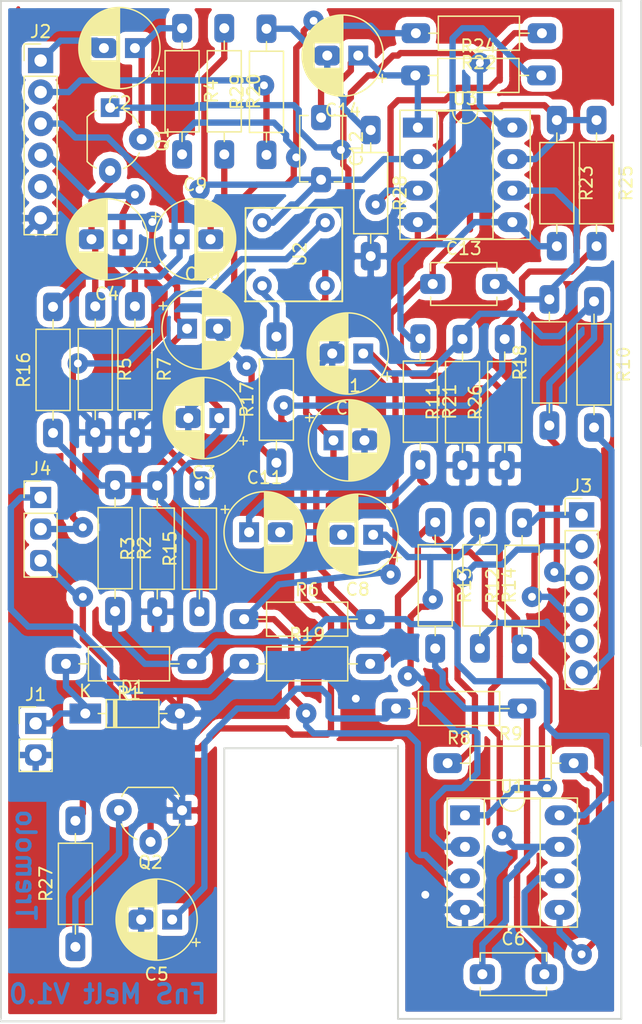
<source format=kicad_pcb>
(kicad_pcb (version 20171130) (host pcbnew "(5.0.2)-1")
  (layers (0 F.Cu signal) (31 B.Cu signal) (34 B.Paste user) (35 F.Paste user) (36 B.SilkS user) (37 F.SilkS user) (38 B.Mask user) (39 F.Mask user) (44 Edge.Cuts user))
  (net 0 "")
  (net 1 GND)
  (net 2 +9V)
  (net 3 In)
  (net 4 "Net-(C2-Pad1)")
  (net 5 VRef)
  (net 6 Bypass_2)
  (net 7 "Net-(C4-Pad2)")
  (net 8 "Net-(C5-Pad1)")
  (net 9 "Net-(C6-Pad1)")
  (net 10 "Net-(C6-Pad2)")
  (net 11 Depth_3)
  (net 12 "Net-(C11-Pad2)")
  (net 13 "Net-(C8-Pad1)")
  (net 14 Bypass_1)
  (net 15 "Net-(C9-Pad2)")
  (net 16 Bypass_3)
  (net 17 "Net-(C10-Pad2)")
  (net 18 "Net-(C11-Pad1)")
  (net 19 "Net-(C12-Pad1)")
  (net 20 "Net-(C12-Pad2)")
  (net 21 "Net-(C13-Pad2)")
  (net 22 Speed_1)
  (net 23 "Net-(C14-Pad2)")
  (net 24 "Net-(D1-Pad1)")
  (net 25 Out)
  (net 26 Depth_1)
  (net 27 Depth_2)
  (net 28 Speed_2)
  (net 29 Speed_3)
  (net 30 SW1)
  (net 31 SW2)
  (net 32 SW3)
  (net 33 "Net-(Q2-Pad2)")
  (net 34 "Net-(Q2-Pad3)")
  (net 35 "Net-(R9-Pad2)")
  (net 36 "Net-(R17-Pad2)")
  (net 37 "Net-(R21-Pad1)")
  (net 38 "Net-(R22-Pad1)")
  (module NilsLib:Elko_D6.3mm_P2.50mm (layer F.Cu) (at 147 100)
    (fp_text reference C1 (at 1.25 -4.4) (layer F.SilkS))
    (fp_text value 100u)
    (pad 2 thru_hole roundrect (at 2.5 0) (size 2.032 1.6) (drill 0.8) (layers *.Cu *.Mask) (net 1 GND))
    (pad 1 thru_hole rect (at 0 0) (size 1.6 1.6) (drill 0.8) (layers *.Cu *.Mask) (net 2 +9V))
  )
  (module NilsLib:Elko_D6.3mm_P2.50mm (layer F.Cu) (at 131 68.4 180)
    (fp_text reference C2 (at 1.25 -4.4 180) (layer F.SilkS))
    (fp_text value 1u)
    (pad 2 thru_hole roundrect (at 2.5 0 180) (size 2.032 1.6) (drill 0.8) (layers *.Cu *.Mask) (net 3 In))
    (pad 1 thru_hole rect (at 0 0 180) (size 1.6 1.6) (drill 0.8) (layers *.Cu *.Mask) (net 4 "Net-(C2-Pad1)"))
  )
  (module NilsLib:Elko_D6.3mm_P2.50mm (layer F.Cu) (at 137.8 98.2 180)
    (fp_text reference C3 (at 1.25 -4.4 180) (layer F.SilkS))
    (fp_text value 100u)
    (pad 1 thru_hole rect (at 0 0 180) (size 1.6 1.6) (drill 0.8) (layers *.Cu *.Mask) (net 5 VRef))
    (pad 2 thru_hole roundrect (at 2.5 0 180) (size 2.032 1.6) (drill 0.8) (layers *.Cu *.Mask) (net 1 GND))
  )
  (module NilsLib:Elko_D6.3mm_P2.50mm (layer F.Cu) (at 130 83.8 180)
    (fp_text reference C4 (at 1.25 -4.4 180) (layer F.SilkS))
    (fp_text value 1u)
    (pad 1 thru_hole rect (at 0 0 180) (size 1.6 1.6) (drill 0.8) (layers *.Cu *.Mask) (net 6 Bypass_2))
    (pad 2 thru_hole roundrect (at 2.5 0 180) (size 2.032 1.6) (drill 0.8) (layers *.Cu *.Mask) (net 7 "Net-(C4-Pad2)"))
  )
  (module NilsLib:Elko_D6.3mm_P2.50mm (layer F.Cu) (at 134 138.6 180)
    (fp_text reference C5 (at 1.25 -4.4 180) (layer F.SilkS))
    (fp_text value 47u)
    (pad 1 thru_hole rect (at 0 0 180) (size 1.6 1.6) (drill 0.8) (layers *.Cu *.Mask) (net 8 "Net-(C5-Pad1)"))
    (pad 2 thru_hole roundrect (at 2.5 0 180) (size 2.032 1.6) (drill 0.8) (layers *.Cu *.Mask) (net 1 GND))
  )
  (module NilsLib:Kondensator_Keramik (layer F.Cu) (at 159 143)
    (fp_text reference C6 (at 2.5 -2.85) (layer F.SilkS))
    (fp_text value 22)
    (pad 1 thru_hole roundrect (at 0 0) (size 2.032 1.6) (drill 0.8) (layers *.Cu *.Mask) (net 9 "Net-(C6-Pad1)"))
    (pad 2 thru_hole roundrect (at 5 0) (size 2.032 1.6) (drill 0.8) (layers *.Cu *.Mask) (net 10 "Net-(C6-Pad2)"))
  )
  (module NilsLib:Elko_D6.3mm_P2.50mm (layer F.Cu) (at 149.4 93 180)
    (fp_text reference C7 (at 1.25 -4.4 180) (layer F.SilkS))
    (fp_text value 47u)
    (pad 2 thru_hole roundrect (at 2.5 0 180) (size 2.032 1.6) (drill 0.8) (layers *.Cu *.Mask) (net 1 GND))
    (pad 1 thru_hole rect (at 0 0 180) (size 1.6 1.6) (drill 0.8) (layers *.Cu *.Mask) (net 11 Depth_3))
  )
  (module NilsLib:Elko_D6.3mm_P2.50mm (layer F.Cu) (at 150.2 107.6 180)
    (fp_text reference C8 (at 1.25 -4.4 180) (layer F.SilkS))
    (fp_text value 4,7u)
    (pad 2 thru_hole roundrect (at 2.5 0 180) (size 2.032 1.6) (drill 0.8) (layers *.Cu *.Mask) (net 12 "Net-(C11-Pad2)"))
    (pad 1 thru_hole rect (at 0 0 180) (size 1.6 1.6) (drill 0.8) (layers *.Cu *.Mask) (net 13 "Net-(C8-Pad1)"))
  )
  (module NilsLib:Elko_D6.3mm_P2.50mm (layer F.Cu) (at 134.6 83.8)
    (fp_text reference C9 (at 1.25 -4.4) (layer F.SilkS))
    (fp_text value 1u)
    (pad 1 thru_hole rect (at 0 0) (size 1.6 1.6) (drill 0.8) (layers *.Cu *.Mask) (net 14 Bypass_1))
    (pad 2 thru_hole roundrect (at 2.5 0) (size 2.032 1.6) (drill 0.8) (layers *.Cu *.Mask) (net 15 "Net-(C9-Pad2)"))
  )
  (module NilsLib:Elko_D6.3mm_P2.50mm (layer F.Cu) (at 135.2 91)
    (fp_text reference C10 (at 1.25 -4.4) (layer F.SilkS))
    (fp_text value 1u)
    (pad 1 thru_hole rect (at 0 0) (size 1.6 1.6) (drill 0.8) (layers *.Cu *.Mask) (net 16 Bypass_3))
    (pad 2 thru_hole roundrect (at 2.5 0) (size 2.032 1.6) (drill 0.8) (layers *.Cu *.Mask) (net 17 "Net-(C10-Pad2)"))
  )
  (module NilsLib:Elko_D6.3mm_P2.50mm (layer F.Cu) (at 140.2 107.4)
    (fp_text reference C11 (at 1.25 -4.4) (layer F.SilkS))
    (fp_text value 4,7u)
    (pad 1 thru_hole rect (at 0 0) (size 1.6 1.6) (drill 0.8) (layers *.Cu *.Mask) (net 18 "Net-(C11-Pad1)"))
    (pad 2 thru_hole roundrect (at 2.5 0) (size 2.032 1.6) (drill 0.8) (layers *.Cu *.Mask) (net 12 "Net-(C11-Pad2)"))
  )
  (module NilsLib:Kondensator_Keramik (layer F.Cu) (at 146 74 270)
    (fp_text reference C12 (at 2.5 -2.85 270) (layer F.SilkS))
    (fp_text value 22)
    (pad 1 thru_hole roundrect (at 0 0 270) (size 2.032 1.6) (drill 0.8) (layers *.Cu *.Mask) (net 19 "Net-(C12-Pad1)"))
    (pad 2 thru_hole roundrect (at 5 0 270) (size 2.032 1.6) (drill 0.8) (layers *.Cu *.Mask) (net 20 "Net-(C12-Pad2)"))
  )
  (module NilsLib:Kondensator_Keramik (layer F.Cu) (at 155 87.4)
    (fp_text reference C13 (at 2.5 -2.85) (layer F.SilkS))
    (fp_text value 1n)
    (pad 2 thru_hole roundrect (at 5 0) (size 2.032 1.6) (drill 0.8) (layers *.Cu *.Mask) (net 21 "Net-(C13-Pad2)"))
    (pad 1 thru_hole roundrect (at 0 0) (size 2.032 1.6) (drill 0.8) (layers *.Cu *.Mask) (net 22 Speed_1))
  )
  (module NilsLib:Elko_D6.3mm_P2.50mm (layer F.Cu) (at 149 69 180)
    (fp_text reference C14 (at 1.25 -4.4 180) (layer F.SilkS))
    (fp_text value 10u)
    (pad 2 thru_hole roundrect (at 2.5 0 180) (size 2.032 1.6) (drill 0.8) (layers *.Cu *.Mask) (net 23 "Net-(C14-Pad2)"))
    (pad 1 thru_hole rect (at 0 0 180) (size 1.6 1.6) (drill 0.8) (layers *.Cu *.Mask) (net 19 "Net-(C12-Pad1)"))
  )
  (module NilsLib:Stift_x02 (layer F.Cu) (at 123 122.8)
    (fp_text reference J1 (at 0 -2.33) (layer F.SilkS))
    (fp_text value Power)
    (pad 1 thru_hole rect (at 0 0) (size 1.7 1.7) (drill 1) (layers *.Cu *.Mask) (net 24 "Net-(D1-Pad1)"))
    (pad 2 thru_hole roundrect (at 0 2.54) (size 1.7 1.7) (drill 1) (layers *.Cu *.Mask) (net 1 GND))
  )
  (module NilsLib:PinHeader_1x06_P2.54mm_Vertical_NIK (layer F.Cu) (at 123.4 69.4)
    (fp_text reference J2 (at 0 -2.33) (layer F.SilkS))
    (fp_text value IO)
    (pad 6 thru_hole oval (at 0 12.7) (size 2.032 2.032) (drill 1) (layers *.Cu *.Mask) (net 1 GND))
    (pad 5 thru_hole oval (at 0 10.16) (size 2.032 2.032) (drill 1) (layers *.Cu *.Mask) (net 16 Bypass_3))
    (pad 4 thru_hole oval (at 0 7.62) (size 2.032 2.032) (drill 1) (layers *.Cu *.Mask) (net 6 Bypass_2))
    (pad 3 thru_hole oval (at 0 5.08) (size 2.032 2.032) (drill 1) (layers *.Cu *.Mask) (net 14 Bypass_1))
    (pad 2 thru_hole oval (at 0 2.54) (size 2.032 2.032) (drill 1) (layers *.Cu *.Mask) (net 25 Out))
    (pad 1 thru_hole rect (at 0 0) (size 2.032 2.032) (drill 1) (layers *.Cu *.Mask) (net 3 In))
  )
  (module NilsLib:PinHeader_1x06_P2.54mm_Vertical_NIK (layer F.Cu) (at 167 106)
    (fp_text reference J3 (at 0 -2.33) (layer F.SilkS))
    (fp_text value Control)
    (pad 1 thru_hole rect (at 0 0) (size 2.032 2.032) (drill 1) (layers *.Cu *.Mask) (net 26 Depth_1))
    (pad 2 thru_hole oval (at 0 2.54) (size 2.032 2.032) (drill 1) (layers *.Cu *.Mask) (net 27 Depth_2))
    (pad 3 thru_hole oval (at 0 5.08) (size 2.032 2.032) (drill 1) (layers *.Cu *.Mask) (net 11 Depth_3))
    (pad 4 thru_hole oval (at 0 7.62) (size 2.032 2.032) (drill 1) (layers *.Cu *.Mask) (net 22 Speed_1))
    (pad 5 thru_hole oval (at 0 10.16) (size 2.032 2.032) (drill 1) (layers *.Cu *.Mask) (net 28 Speed_2))
    (pad 6 thru_hole oval (at 0 12.7) (size 2.032 2.032) (drill 1) (layers *.Cu *.Mask) (net 29 Speed_3))
  )
  (module NilsLib:Stift_0x3 (layer F.Cu) (at 123.4 104.6)
    (fp_text reference J4 (at 0 -2.33) (layer F.SilkS))
    (fp_text value Switch)
    (pad 1 thru_hole rect (at 0 0) (size 1.7 1.7) (drill 1) (layers *.Cu *.Mask) (net 30 SW1))
    (pad 2 thru_hole roundrect (at 0 2.54) (size 1.7 1.7) (drill 1) (layers *.Cu *.Mask) (net 31 SW2))
    (pad 3 thru_hole roundrect (at 0 5.08) (size 1.7 1.7) (drill 1) (layers *.Cu *.Mask) (net 32 SW3))
  )
  (module NilsLib:TO-92_Wide_NIK (layer F.Cu) (at 129 73.2 270)
    (fp_text reference Q1 (at 2.55 -4.19 270) (layer F.SilkS))
    (fp_text value BC549)
    (pad 1 thru_hole rect (at 0 0) (size 1.5 1.5) (drill 0.8) (layers *.Cu *.Mask) (net 2 +9V))
    (pad 3 thru_hole oval (at 5.08 0) (size 1.778 2.032) (drill 0.8) (layers *.Cu *.Mask) (net 7 "Net-(C4-Pad2)"))
    (pad 2 thru_hole oval (at 2.54 -2.54) (size 2.032 1.778) (drill 0.8) (layers *.Cu *.Mask) (net 4 "Net-(C2-Pad1)"))
  )
  (module NilsLib:TO-92_Wide_NIK (layer F.Cu) (at 134.8 129.8 180)
    (fp_text reference Q2 (at 2.55 -4.19 180) (layer F.SilkS))
    (fp_text value 2N3904)
    (pad 2 thru_hole oval (at 2.54 -2.54 270) (size 2.032 1.778) (drill 0.8) (layers *.Cu *.Mask) (net 33 "Net-(Q2-Pad2)"))
    (pad 3 thru_hole oval (at 5.08 0 270) (size 1.778 2.032) (drill 0.8) (layers *.Cu *.Mask) (net 34 "Net-(Q2-Pad3)"))
    (pad 1 thru_hole rect (at 0 0 270) (size 1.5 1.5) (drill 0.8) (layers *.Cu *.Mask) (net 1 GND))
  )
  (module NilsLib:Widerstand_liegend (layer F.Cu) (at 135.6 118 180)
    (fp_text reference R1 (at 5.08 -2.37 180) (layer F.SilkS))
    (fp_text value 10)
    (pad 1 thru_hole roundrect (at 0 0 180) (size 2.286 1.6) (drill 0.8) (layers *.Cu *.Mask) (net 2 +9V))
    (pad 2 thru_hole roundrect (at 10.16 0 180) (size 2.286 1.6) (drill 0.8) (layers *.Cu *.Mask) (net 24 "Net-(D1-Pad1)"))
  )
  (module NilsLib:Widerstand_liegend (layer F.Cu) (at 129.4 103.6 270)
    (fp_text reference R2 (at 5.08 -2.37 270) (layer F.SilkS))
    (fp_text value 4,7k)
    (pad 2 thru_hole roundrect (at 10.16 0 270) (size 2.286 1.6) (drill 0.8) (layers *.Cu *.Mask) (net 2 +9V))
    (pad 1 thru_hole roundrect (at 0 0 270) (size 2.286 1.6) (drill 0.8) (layers *.Cu *.Mask) (net 5 VRef))
  )
  (module NilsLib:Widerstand_liegend (layer F.Cu) (at 132.8 113.8 90)
    (fp_text reference R3 (at 5.08 -2.37 90) (layer F.SilkS))
    (fp_text value 4,7k)
    (pad 1 thru_hole roundrect (at 0 0 90) (size 2.286 1.6) (drill 0.8) (layers *.Cu *.Mask) (net 1 GND))
    (pad 2 thru_hole roundrect (at 10.16 0 90) (size 2.286 1.6) (drill 0.8) (layers *.Cu *.Mask) (net 5 VRef))
  )
  (module NilsLib:Widerstand_liegend (layer F.Cu) (at 134.8 66.8 270)
    (fp_text reference R4 (at 5.08 -2.37 270) (layer F.SilkS))
    (fp_text value 470k)
    (pad 2 thru_hole roundrect (at 10.16 0 270) (size 2.286 1.6) (drill 0.8) (layers *.Cu *.Mask) (net 5 VRef))
    (pad 1 thru_hole roundrect (at 0 0 270) (size 2.286 1.6) (drill 0.8) (layers *.Cu *.Mask) (net 4 "Net-(C2-Pad1)"))
  )
  (module NilsLib:Widerstand_liegend (layer F.Cu) (at 127.8 89.2 270)
    (fp_text reference R5 (at 5.08 -2.37 270) (layer F.SilkS))
    (fp_text value 10k)
    (pad 2 thru_hole roundrect (at 10.16 0 270) (size 2.286 1.6) (drill 0.8) (layers *.Cu *.Mask) (net 1 GND))
    (pad 1 thru_hole roundrect (at 0 0 270) (size 2.286 1.6) (drill 0.8) (layers *.Cu *.Mask) (net 7 "Net-(C4-Pad2)"))
  )
  (module NilsLib:Widerstand_liegend (layer F.Cu) (at 139.8 114.4)
    (fp_text reference R6 (at 5.08 -2.37) (layer F.SilkS))
    (fp_text value 10k)
    (pad 2 thru_hole roundrect (at 10.16 0) (size 2.286 1.6) (drill 0.8) (layers *.Cu *.Mask) (net 2 +9V))
    (pad 1 thru_hole roundrect (at 0 0) (size 2.286 1.6) (drill 0.8) (layers *.Cu *.Mask) (net 11 Depth_3))
  )
  (module NilsLib:Widerstand_liegend (layer F.Cu) (at 131 89.2 270)
    (fp_text reference R7 (at 5.08 -2.37 270) (layer F.SilkS))
    (fp_text value 100k)
    (pad 2 thru_hole roundrect (at 10.16 0 270) (size 2.286 1.6) (drill 0.8) (layers *.Cu *.Mask) (net 1 GND))
    (pad 1 thru_hole roundrect (at 0 0 270) (size 2.286 1.6) (drill 0.8) (layers *.Cu *.Mask) (net 6 Bypass_2))
  )
  (module NilsLib:Widerstand_liegend (layer F.Cu) (at 162.2 121.6 180)
    (fp_text reference R8 (at 5.08 -2.37 180) (layer F.SilkS))
    (fp_text value 5,6k)
    (pad 1 thru_hole roundrect (at 0 0 180) (size 2.286 1.6) (drill 0.8) (layers *.Cu *.Mask) (net 10 "Net-(C6-Pad2)"))
    (pad 2 thru_hole roundrect (at 10.16 0 180) (size 2.286 1.6) (drill 0.8) (layers *.Cu *.Mask) (net 8 "Net-(C5-Pad1)"))
  )
  (module NilsLib:Widerstand_liegend (layer F.Cu) (at 156.2 126)
    (fp_text reference R9 (at 5.08 -2.37) (layer F.SilkS))
    (fp_text value 10k)
    (pad 2 thru_hole roundrect (at 10.16 0) (size 2.286 1.6) (drill 0.8) (layers *.Cu *.Mask) (net 35 "Net-(R9-Pad2)"))
    (pad 1 thru_hole roundrect (at 0 0) (size 2.286 1.6) (drill 0.8) (layers *.Cu *.Mask) (net 27 Depth_2))
  )
  (module NilsLib:Widerstand_liegend (layer F.Cu) (at 168 88.8 270)
    (fp_text reference R10 (at 5.08 -2.37 270) (layer F.SilkS))
    (fp_text value 27k)
    (pad 1 thru_hole roundrect (at 0 0 270) (size 2.286 1.6) (drill 0.8) (layers *.Cu *.Mask) (net 11 Depth_3))
    (pad 2 thru_hole roundrect (at 10.16 0 270) (size 2.286 1.6) (drill 0.8) (layers *.Cu *.Mask) (net 29 Speed_3))
  )
  (module NilsLib:Widerstand_liegend (layer F.Cu) (at 157.4 102 90)
    (fp_text reference R11 (at 5.08 -2.37 90) (layer F.SilkS))
    (fp_text value 10k)
    (pad 2 thru_hole roundrect (at 10.16 0 90) (size 2.286 1.6) (drill 0.8) (layers *.Cu *.Mask) (net 11 Depth_3))
    (pad 1 thru_hole roundrect (at 0 0 90) (size 2.286 1.6) (drill 0.8) (layers *.Cu *.Mask) (net 1 GND))
  )
  (module NilsLib:Widerstand_liegend (layer F.Cu) (at 162.2 116.8 90)
    (fp_text reference R12 (at 5.08 -2.37 90) (layer F.SilkS))
    (fp_text value 47k)
    (pad 1 thru_hole roundrect (at 0 0 90) (size 2.286 1.6) (drill 0.8) (layers *.Cu *.Mask) (net 18 "Net-(C11-Pad1)"))
    (pad 2 thru_hole roundrect (at 10.16 0 90) (size 2.286 1.6) (drill 0.8) (layers *.Cu *.Mask) (net 26 Depth_1))
  )
  (module NilsLib:Widerstand_liegend (layer F.Cu) (at 155.2 106.6 270)
    (fp_text reference R13 (at 5.08 -2.37 270) (layer F.SilkS))
    (fp_text value 5,6k)
    (pad 2 thru_hole roundrect (at 10.16 0 270) (size 2.286 1.6) (drill 0.8) (layers *.Cu *.Mask) (net 10 "Net-(C6-Pad2)"))
    (pad 1 thru_hole roundrect (at 0 0 270) (size 2.286 1.6) (drill 0.8) (layers *.Cu *.Mask) (net 9 "Net-(C6-Pad1)"))
  )
  (module NilsLib:Widerstand_liegend (layer F.Cu) (at 158.8 106.6 270)
    (fp_text reference R14 (at 5.08 -2.37 270) (layer F.SilkS))
    (fp_text value 12k)
    (pad 1 thru_hole roundrect (at 0 0 270) (size 2.286 1.6) (drill 0.8) (layers *.Cu *.Mask) (net 13 "Net-(C8-Pad1)"))
    (pad 2 thru_hole roundrect (at 10.16 0 270) (size 2.286 1.6) (drill 0.8) (layers *.Cu *.Mask) (net 28 Speed_2))
  )
  (module NilsLib:Widerstand_liegend (layer F.Cu) (at 136.2 113.8 90)
    (fp_text reference R15 (at 5.08 -2.37 90) (layer F.SilkS))
    (fp_text value 100k)
    (pad 2 thru_hole roundrect (at 10.16 0 90) (size 2.286 1.6) (drill 0.8) (layers *.Cu *.Mask) (net 16 Bypass_3))
    (pad 1 thru_hole roundrect (at 0 0 90) (size 2.286 1.6) (drill 0.8) (layers *.Cu *.Mask) (net 5 VRef))
  )
  (module NilsLib:Widerstand_liegend (layer F.Cu) (at 124.4 99.4 90)
    (fp_text reference R16 (at 5.08 -2.37 90) (layer F.SilkS))
    (fp_text value 100k)
    (pad 1 thru_hole roundrect (at 0 0 90) (size 2.286 1.6) (drill 0.8) (layers *.Cu *.Mask) (net 5 VRef))
    (pad 2 thru_hole roundrect (at 10.16 0 90) (size 2.286 1.6) (drill 0.8) (layers *.Cu *.Mask) (net 14 Bypass_1))
  )
  (module NilsLib:Widerstand_liegend (layer F.Cu) (at 142.4 101.8 90)
    (fp_text reference R17 (at 5.08 -2.37 90) (layer F.SilkS))
    (fp_text value 220)
    (pad 2 thru_hole roundrect (at 10.16 0 90) (size 2.286 1.6) (drill 0.8) (layers *.Cu *.Mask) (net 36 "Net-(R17-Pad2)"))
    (pad 1 thru_hole roundrect (at 0 0 90) (size 2.286 1.6) (drill 0.8) (layers *.Cu *.Mask) (net 17 "Net-(C10-Pad2)"))
  )
  (module NilsLib:Widerstand_liegend (layer F.Cu) (at 164.4 98.8 90)
    (fp_text reference R18 (at 5.08 -2.37 90) (layer F.SilkS))
    (fp_text value 100k)
    (pad 2 thru_hole roundrect (at 10.16 0 90) (size 2.286 1.6) (drill 0.8) (layers *.Cu *.Mask) (net 21 "Net-(C13-Pad2)"))
    (pad 1 thru_hole roundrect (at 0 0 90) (size 2.286 1.6) (drill 0.8) (layers *.Cu *.Mask) (net 11 Depth_3))
  )
  (module NilsLib:Widerstand_liegend (layer F.Cu) (at 139.8 118)
    (fp_text reference R19 (at 5.08 -2.37) (layer F.SilkS))
    (fp_text value 22k)
    (pad 1 thru_hole roundrect (at 0 0) (size 2.286 1.6) (drill 0.8) (layers *.Cu *.Mask) (net 30 SW1))
    (pad 2 thru_hole roundrect (at 10.16 0) (size 2.286 1.6) (drill 0.8) (layers *.Cu *.Mask) (net 9 "Net-(C6-Pad1)"))
  )
  (module NilsLib:Widerstand_liegend (layer F.Cu) (at 138.2 66.8 270)
    (fp_text reference R20 (at 5.08 -2.37 270) (layer F.SilkS))
    (fp_text value 20k)
    (pad 1 thru_hole roundrect (at 0 0 270) (size 2.286 1.6) (drill 0.8) (layers *.Cu *.Mask) (net 20 "Net-(C12-Pad2)"))
    (pad 2 thru_hole roundrect (at 10.16 0 270) (size 2.286 1.6) (drill 0.8) (layers *.Cu *.Mask) (net 15 "Net-(C9-Pad2)"))
  )
  (module NilsLib:Widerstand_liegend (layer F.Cu) (at 154 91.8 270)
    (fp_text reference R21 (at 5.08 -2.37 270) (layer F.SilkS))
    (fp_text value 120k)
    (pad 1 thru_hole roundrect (at 0 0 270) (size 2.286 1.6) (drill 0.8) (layers *.Cu *.Mask) (net 37 "Net-(R21-Pad1)"))
    (pad 2 thru_hole roundrect (at 10.16 0 270) (size 2.286 1.6) (drill 0.8) (layers *.Cu *.Mask) (net 18 "Net-(C11-Pad1)"))
  )
  (module NilsLib:Widerstand_liegend (layer F.Cu) (at 163.8 67.2 180)
    (fp_text reference R22 (at 5.08 -2.37 180) (layer F.SilkS))
    (fp_text value 10k)
    (pad 1 thru_hole roundrect (at 0 0 180) (size 2.286 1.6) (drill 0.8) (layers *.Cu *.Mask) (net 38 "Net-(R22-Pad1)"))
    (pad 2 thru_hole roundrect (at 10.16 0 180) (size 2.286 1.6) (drill 0.8) (layers *.Cu *.Mask) (net 5 VRef))
  )
  (module NilsLib:Widerstand_liegend (layer F.Cu) (at 165 74.2 270)
    (fp_text reference R23 (at 5.08 -2.37 270) (layer F.SilkS))
    (fp_text value 180k)
    (pad 1 thru_hole roundrect (at 0 0 270) (size 2.286 1.6) (drill 0.8) (layers *.Cu *.Mask) (net 22 Speed_1))
    (pad 2 thru_hole roundrect (at 10.16 0 270) (size 2.286 1.6) (drill 0.8) (layers *.Cu *.Mask) (net 37 "Net-(R21-Pad1)"))
  )
  (module NilsLib:Widerstand_liegend (layer F.Cu) (at 153.6 70.6)
    (fp_text reference R24 (at 5.08 -2.37) (layer F.SilkS))
    (fp_text value 17,2k)
    (pad 1 thru_hole roundrect (at 0 0) (size 2.286 1.6) (drill 0.8) (layers *.Cu *.Mask) (net 19 "Net-(C12-Pad1)"))
    (pad 2 thru_hole roundrect (at 10.16 0) (size 2.286 1.6) (drill 0.8) (layers *.Cu *.Mask) (net 20 "Net-(C12-Pad2)"))
  )
  (module NilsLib:Widerstand_liegend (layer F.Cu) (at 168.2 74.2 270)
    (fp_text reference R25 (at 5.08 -2.37 270) (layer F.SilkS))
    (fp_text value 150k)
    (pad 2 thru_hole roundrect (at 10.16 0 270) (size 2.286 1.6) (drill 0.8) (layers *.Cu *.Mask) (net 33 "Net-(Q2-Pad2)"))
    (pad 1 thru_hole roundrect (at 0 0 270) (size 2.286 1.6) (drill 0.8) (layers *.Cu *.Mask) (net 22 Speed_1))
  )
  (module NilsLib:Widerstand_liegend (layer F.Cu) (at 160.8 102 90)
    (fp_text reference R26 (at 5.08 -2.37 90) (layer F.SilkS))
    (fp_text value 22k)
    (pad 2 thru_hole roundrect (at 10.16 0 90) (size 2.286 1.6) (drill 0.8) (layers *.Cu *.Mask) (net 33 "Net-(Q2-Pad2)"))
    (pad 1 thru_hole roundrect (at 0 0 90) (size 2.286 1.6) (drill 0.8) (layers *.Cu *.Mask) (net 1 GND))
  )
  (module NilsLib:Widerstand_liegend (layer F.Cu) (at 126.2 140.8 90)
    (fp_text reference R27 (at 5.08 -2.37 90) (layer F.SilkS))
    (fp_text value 47k)
    (pad 1 thru_hole roundrect (at 0 0 90) (size 2.286 1.6) (drill 0.8) (layers *.Cu *.Mask) (net 34 "Net-(Q2-Pad3)"))
    (pad 2 thru_hole roundrect (at 10.16 0 90) (size 2.286 1.6) (drill 0.8) (layers *.Cu *.Mask) (net 32 SW3))
  )
  (module NilsLib:Widerstand_liegend (layer F.Cu) (at 150 75 270)
    (fp_text reference R28 (at 5.08 -2.37 270) (layer F.SilkS))
    (fp_text value 10k)
    (pad 2 thru_hole roundrect (at 10.16 0 270) (size 2.286 1.6) (drill 0.8) (layers *.Cu *.Mask) (net 1 GND))
    (pad 1 thru_hole roundrect (at 0 0 270) (size 2.286 1.6) (drill 0.8) (layers *.Cu *.Mask) (net 23 "Net-(C14-Pad2)"))
  )
  (module NilsLib:Widerstand_liegend (layer F.Cu) (at 141.6 77 90)
    (fp_text reference R29 (at 5.08 -2.37 90) (layer F.SilkS))
    (fp_text value 100)
    (pad 1 thru_hole roundrect (at 0 0 90) (size 2.286 1.6) (drill 0.8) (layers *.Cu *.Mask) (net 25 Out))
    (pad 2 thru_hole roundrect (at 10.16 0 90) (size 2.286 1.6) (drill 0.8) (layers *.Cu *.Mask) (net 23 "Net-(C14-Pad2)"))
  )
  (module Package_DIP:DIP-8_W7.62mm_Socket_LongPads (layer F.Cu) (at 157.6 130.2)
    (fp_text reference U1 (at 3.81 -2.33) (layer F.SilkS))
    (fp_text value RC4558)
    (pad 1 thru_hole rect (at 0 0) (size 2.4 1.6) (drill 0.8) (layers *.Cu *.Mask) (net 18 "Net-(C11-Pad1)"))
    (pad 5 thru_hole oval (at 7.62 7.62) (size 2.4 1.6) (drill 0.8) (layers *.Cu *.Mask) (net 35 "Net-(R9-Pad2)"))
    (pad 2 thru_hole oval (at 0 2.54) (size 2.4 1.6) (drill 0.8) (layers *.Cu *.Mask) (net 13 "Net-(C8-Pad1)"))
    (pad 6 thru_hole oval (at 7.62 5.08) (size 2.4 1.6) (drill 0.8) (layers *.Cu *.Mask) (net 10 "Net-(C6-Pad2)"))
    (pad 3 thru_hole oval (at 0 5.08) (size 2.4 1.6) (drill 0.8) (layers *.Cu *.Mask) (net 11 Depth_3))
    (pad 7 thru_hole oval (at 7.62 2.54) (size 2.4 1.6) (drill 0.8) (layers *.Cu *.Mask) (net 9 "Net-(C6-Pad1)"))
    (pad 4 thru_hole oval (at 0 7.62) (size 2.4 1.6) (drill 0.8) (layers *.Cu *.Mask) (net 1 GND))
    (pad 8 thru_hole oval (at 7.62 0) (size 2.4 1.6) (drill 0.8) (layers *.Cu *.Mask) (net 2 +9V))
  )
  (module NilsLib:Vactrol (layer F.Cu) (at 143.8 85 90)
    (fp_text reference U2 (at 0 0.5 90) (layer F.SilkS))
    (fp_text value Vactrol)
    (pad 4 thru_hole circle (at 2.54 2.54 90) (size 1.524 1.524) (drill 0.762) (layers *.Cu *.Mask) (net 31 SW2))
    (pad 3 thru_hole circle (at -2.54 2.54 90) (size 1.524 1.524) (drill 0.762) (layers *.Cu *.Mask) (net 2 +9V))
    (pad 2 thru_hole circle (at 2.54 -2.54 90) (size 1.524 1.524) (drill 0.762) (layers *.Cu *.Mask) (net 20 "Net-(C12-Pad2)"))
    (pad 1 thru_hole circle (at -2.54 -2.54 90) (size 1.524 1.524) (drill 0.762) (layers *.Cu *.Mask) (net 36 "Net-(R17-Pad2)"))
  )
  (module Package_DIP:DIP-8_W7.62mm_Socket_LongPads (layer F.Cu) (at 153.8 74.8)
    (fp_text reference U3 (at 3.81 -2.33) (layer F.SilkS))
    (fp_text value RC4558)
    (pad 8 thru_hole oval (at 7.62 0) (size 2.4 1.6) (drill 0.8) (layers *.Cu *.Mask) (net 2 +9V))
    (pad 4 thru_hole oval (at 0 7.62) (size 2.4 1.6) (drill 0.8) (layers *.Cu *.Mask) (net 1 GND))
    (pad 7 thru_hole oval (at 7.62 2.54) (size 2.4 1.6) (drill 0.8) (layers *.Cu *.Mask) (net 22 Speed_1))
    (pad 3 thru_hole oval (at 0 5.08) (size 2.4 1.6) (drill 0.8) (layers *.Cu *.Mask) (net 38 "Net-(R22-Pad1)"))
    (pad 6 thru_hole oval (at 7.62 5.08) (size 2.4 1.6) (drill 0.8) (layers *.Cu *.Mask) (net 21 "Net-(C13-Pad2)"))
    (pad 2 thru_hole oval (at 0 2.54) (size 2.4 1.6) (drill 0.8) (layers *.Cu *.Mask) (net 20 "Net-(C12-Pad2)"))
    (pad 5 thru_hole oval (at 7.62 7.62) (size 2.4 1.6) (drill 0.8) (layers *.Cu *.Mask) (net 37 "Net-(R21-Pad1)"))
    (pad 1 thru_hole rect (at 0 0) (size 2.4 1.6) (drill 0.8) (layers *.Cu *.Mask) (net 19 "Net-(C12-Pad1)"))
  )
  (module NilsLib:Diode_Horizontal (layer F.Cu) (at 127 122)
    (fp_text reference D1 (at 3.81 -2.12) (layer F.SilkS))
    (fp_text value 1N4001)
    (fp_text user K (at 0 -1.8) (layer F.SilkS))
    (pad 1 thru_hole rect (at 0 0) (size 2.54 1.6) (drill 0.8) (layers *.Cu *.Mask) (net 24 "Net-(D1-Pad1)"))
    (pad 2 thru_hole oval (at 7.62 0) (size 2.54 1.6) (drill 0.8) (layers *.Cu *.Mask) (net 1 GND))
  )
  (gr_text 1 (at 167.2 102.2) (layer F.Cu) (effects (font (size 1.5 1.5) (thickness 0.3))))
  (gr_text 1 (at 121.6 118.8) (layer F.Cu) (effects (font (size 1.5 1.5) (thickness 0.3))))
  (gr_text 1 (at 121.4 101.2) (layer F.Cu) (effects (font (size 1.5 1.5) (thickness 0.3))))
  (gr_text 1 (at 121.6 66) (layer F.Cu) (effects (font (size 1.5 1.5) (thickness 0.3))))
  (gr_text Tremolo (at 122.2 134.2 270) (layer B.Cu) (effects (font (size 1.5 1.5) (thickness 0.3)) (justify mirror)))
  (gr_text "FnS Melt V1.0" (at 128.8 144.6) (layer B.Cu) (effects (font (size 1.5 1.5) (thickness 0.3)) (justify mirror)))
  (gr_line (start 170.2 64.599984) (end 170.2 146.600074) (angle 90) (layer Edge.Cuts) (width 0.15))
  (gr_line (start 138.2 124.8) (end 152.2 124.8) (angle 90) (layer Edge.Cuts) (width 0.15))
  (gr_line (start 152.2 124.6) (end 152.2 146.599956) (angle 90) (layer Edge.Cuts) (width 0.15))
  (gr_line (start 152.2 146.6) (end 170.199964 146.6) (angle 90) (layer Edge.Cuts) (width 0.15))
  (gr_line (start 120.2 146.8) (end 138.199964 146.8) (angle 90) (layer Edge.Cuts) (width 0.15))
  (gr_line (start 138.2 124.8) (end 138.2 146.799956) (angle 90) (layer Edge.Cuts) (width 0.15))
  (gr_line (start 171.8 64.6) (end 171.8 124.5999) (angle 90) (layer Edge.Cuts) (width 0.15))
  (gr_line (start 120.2 64.599984) (end 120.2 146.600074) (angle 90) (layer Edge.Cuts) (width 0.15))
  (gr_line (start 120.2 64.6) (end 170.1999 64.6) (angle 90) (layer Edge.Cuts) (width 0.15))
  (segment (start 127.8 99.36) (end 131 99.36) (width 0.508) (layer B.Cu) (net 1))
  (segment (start 131 99.36) (end 132.16 98.2) (width 0.508) (layer B.Cu) (net 1))
  (segment (start 132.16 98.2) (end 135.3 98.2) (width 0.508) (layer B.Cu) (net 1))
  (segment (start 149.5 100) (end 150.6 100) (width 0.508) (layer B.Cu) (net 1))
  (segment (start 157.4 100.4) (end 157.4 102) (width 0.508) (layer B.Cu) (net 1))
  (segment (start 156 99) (end 157.4 100.4) (width 0.508) (layer B.Cu) (net 1))
  (segment (start 151.6 99) (end 156 99) (width 0.508) (layer B.Cu) (net 1))
  (segment (start 150.6 100) (end 151.6 99) (width 0.508) (layer B.Cu) (net 1))
  (segment (start 157.4 102) (end 160.8 102) (width 0.508) (layer B.Cu) (net 1))
  (segment (start 123 125.34) (end 129.8 125.34) (width 0.508) (layer B.Cu) (net 1))
  (segment (start 129.8 125.34) (end 130.06 125.34) (width 0.508) (layer B.Cu) (net 1))
  (segment (start 133.4 122) (end 134.62 122) (width 0.508) (layer B.Cu) (net 1))
  (segment (start 130.06 125.34) (end 133.4 122) (width 0.508) (layer B.Cu) (net 1))
  (segment (start 131.5 138.6) (end 131.5 137.5) (width 0.508) (layer B.Cu) (net 1))
  (segment (start 131.5 137.5) (end 133.8 135.2) (width 0.508) (layer B.Cu) (net 1))
  (segment (start 133.8 135.2) (end 133.8 135) (width 0.508) (layer B.Cu) (net 1))
  (segment (start 133.8 135) (end 134.8 134) (width 0.508) (layer B.Cu) (net 1))
  (segment (start 134.8 134) (end 134.8 129.8) (width 0.508) (layer B.Cu) (net 1))
  (segment (start 129.8 125.34) (end 130.54 125.34) (width 0.508) (layer B.Cu) (net 1))
  (segment (start 134.8 129.6) (end 134.8 129.8) (width 0.508) (layer B.Cu) (net 1))
  (segment (start 130.54 125.34) (end 134.8 129.6) (width 0.508) (layer B.Cu) (net 1))
  (segment (start 157.58 137.8) (end 157.6 137.82) (width 0.508) (layer B.Cu) (net 1))
  (segment (start 140.2 120.4) (end 141.2 120.4) (width 0.508) (layer B.Cu) (net 1))
  (segment (start 141.6 120.4) (end 143.2 118.8) (width 0.508) (layer B.Cu) (net 1))
  (segment (start 143.2 118.8) (end 144.4 118.8) (width 0.508) (layer B.Cu) (net 1))
  (segment (start 141.2 120.4) (end 141.6 120.4) (width 0.508) (layer B.Cu) (net 1))
  (segment (start 139 120.4) (end 140.2 120.4) (width 0.508) (layer B.Cu) (net 1))
  (segment (start 138.4 121) (end 139 120.4) (width 0.508) (layer B.Cu) (net 1))
  (segment (start 137.4 122) (end 138.4 121) (width 0.508) (layer B.Cu) (net 1))
  (segment (start 134.62 122) (end 137.4 122) (width 0.508) (layer B.Cu) (net 1))
  (segment (start 155.6 137.8) (end 157.58 137.8) (width 0.508) (layer B.Cu) (net 1))
  (segment (start 154.4 136.6) (end 155.6 137.8) (width 0.508) (layer B.Cu) (net 1))
  (via (at 154.4 136.6) (size 1.651) (drill 0.635) (layers F.Cu B.Cu) (net 1))
  (segment (start 154 136.6) (end 154.4 136.6) (width 0.508) (layer F.Cu) (net 1))
  (segment (start 153.8 136.8) (end 154 136.6) (width 0.508) (layer F.Cu) (net 1))
  (segment (start 153.8 129.6) (end 153.8 136.8) (width 0.508) (layer F.Cu) (net 1))
  (segment (start 153.8 126) (end 153.8 129.6) (width 0.508) (layer F.Cu) (net 1))
  (segment (start 150 85.16) (end 150 83.8) (width 0.508) (layer B.Cu) (net 1))
  (segment (start 151.38 82.42) (end 153.8 82.42) (width 0.508) (layer B.Cu) (net 1))
  (segment (start 150 83.8) (end 151.38 82.42) (width 0.508) (layer B.Cu) (net 1))
  (segment (start 127.8 99.36) (end 127.8 98.8) (width 0.508) (layer B.Cu) (net 1))
  (segment (start 121.8 83.7) (end 123.4 82.1) (width 0.508) (layer B.Cu) (net 1))
  (segment (start 121.8 92.8) (end 121.8 83.7) (width 0.508) (layer B.Cu) (net 1))
  (segment (start 127.8 98.8) (end 121.8 92.8) (width 0.508) (layer B.Cu) (net 1))
  (segment (start 135.3 98.2) (end 135.3 97.7) (width 0.508) (layer B.Cu) (net 1))
  (segment (start 140.5 95.9) (end 141 95.4) (width 0.508) (layer B.Cu) (net 1))
  (segment (start 141 95.4) (end 141.2 95.4) (width 0.508) (layer B.Cu) (net 1))
  (segment (start 137.1 95.9) (end 140.5 95.9) (width 0.508) (layer B.Cu) (net 1))
  (segment (start 135.3 97.7) (end 137.1 95.9) (width 0.508) (layer B.Cu) (net 1))
  (segment (start 141.2 95.4) (end 144.5 95.4) (width 0.508) (layer B.Cu) (net 1))
  (segment (start 144.5 95.4) (end 146.9 93) (width 0.508) (layer B.Cu) (net 1))
  (segment (start 134.62 122) (end 134.62 121.62) (width 0.508) (layer F.Cu) (net 1))
  (segment (start 132.6 114) (end 132.8 113.8) (width 0.508) (layer F.Cu) (net 1))
  (segment (start 132.6 119.6) (end 132.6 114) (width 0.508) (layer F.Cu) (net 1))
  (segment (start 134.62 121.62) (end 132.6 119.6) (width 0.508) (layer F.Cu) (net 1))
  (segment (start 132.8 113.8) (end 132.8 108.8) (width 0.508) (layer F.Cu) (net 1))
  (segment (start 131 107) (end 131 99.36) (width 0.508) (layer F.Cu) (net 1))
  (segment (start 132.8 108.8) (end 131 107) (width 0.508) (layer F.Cu) (net 1))
  (segment (start 149.5 100) (end 149.5 97.7) (width 0.508) (layer F.Cu) (net 1))
  (segment (start 146.9 95.1) (end 146.9 93) (width 0.508) (layer F.Cu) (net 1))
  (segment (start 149.5 97.7) (end 146.9 95.1) (width 0.508) (layer F.Cu) (net 1))
  (segment (start 153.8 126) (end 153.8 124.2) (width 0.508) (layer F.Cu) (net 1))
  (segment (start 146.8 118.8) (end 144.4 118.8) (width 0.508) (layer B.Cu) (net 1))
  (segment (start 148.8 120.8) (end 146.8 118.8) (width 0.508) (layer B.Cu) (net 1))
  (via (at 148.8 120.8) (size 1.651) (drill 0.635) (layers F.Cu B.Cu) (net 1))
  (segment (start 153.8 124.2) (end 153.4 123.8) (width 0.508) (layer F.Cu) (net 1))
  (segment (start 153.4 123.8) (end 149.4 123.8) (width 0.508) (layer F.Cu) (net 1))
  (segment (start 149.4 123.8) (end 148.8 123.2) (width 0.508) (layer F.Cu) (net 1))
  (segment (start 148.8 121) (end 148.8 120.8) (width 0.508) (layer F.Cu) (net 1))
  (segment (start 148.8 123.2) (end 148.8 121) (width 0.508) (layer F.Cu) (net 1))
  (segment (start 146.9 93) (end 146.9 92.3) (width 0.508) (layer B.Cu) (net 1))
  (segment (start 150 89.2) (end 150 85.16) (width 0.508) (layer B.Cu) (net 1))
  (segment (start 146.9 92.3) (end 150 89.2) (width 0.508) (layer B.Cu) (net 1))
  (segment (start 135.6 118) (end 135.8 118) (width 0.508) (layer B.Cu) (net 2))
  (segment (start 146.4 114.4) (end 149.96 114.4) (width 0.508) (layer B.Cu) (net 2))
  (segment (start 144.6 116.2) (end 146.4 114.4) (width 0.508) (layer B.Cu) (net 2))
  (segment (start 137.6 116.2) (end 144.6 116.2) (width 0.508) (layer B.Cu) (net 2))
  (segment (start 135.8 118) (end 137.6 116.2) (width 0.508) (layer B.Cu) (net 2))
  (segment (start 129.4 113.76) (end 129.4 115.6) (width 0.508) (layer B.Cu) (net 2))
  (segment (start 131.8 118) (end 135.6 118) (width 0.508) (layer B.Cu) (net 2))
  (segment (start 129.4 115.6) (end 131.8 118) (width 0.508) (layer B.Cu) (net 2))
  (segment (start 146.34 87.54) (end 146.34 85.06) (width 0.508) (layer F.Cu) (net 2))
  (segment (start 146.34 85.06) (end 148.2 83.2) (width 0.508) (layer F.Cu) (net 2))
  (segment (start 148.2 83.2) (end 148.2 78.2) (width 0.508) (layer F.Cu) (net 2))
  (segment (start 148.2 78.2) (end 147.8 77.8) (width 0.508) (layer F.Cu) (net 2))
  (segment (start 147.8 77.8) (end 147.8 76.4) (width 0.508) (layer F.Cu) (net 2))
  (segment (start 147.8 76.4) (end 147.8 73) (width 0.508) (layer F.Cu) (net 2))
  (segment (start 147.8 73) (end 148.4 72.4) (width 0.508) (layer F.Cu) (net 2))
  (segment (start 146.34 87.54) (end 146.34 88.66) (width 0.508) (layer F.Cu) (net 2))
  (segment (start 146.34 88.66) (end 144.8 90.2) (width 0.508) (layer F.Cu) (net 2))
  (segment (start 144.8 90.2) (end 144.8 97.8) (width 0.508) (layer F.Cu) (net 2))
  (segment (start 144.8 97.8) (end 147 100) (width 0.508) (layer F.Cu) (net 2))
  (segment (start 156.8 68.8) (end 155.6 68.8) (width 0.508) (layer F.Cu) (net 2))
  (segment (start 155.6 68.8) (end 152.4 68.8) (width 0.508) (layer F.Cu) (net 2))
  (segment (start 152.4 68.8) (end 152.2 69) (width 0.508) (layer F.Cu) (net 2))
  (segment (start 152.2 69) (end 151.8 69) (width 0.508) (layer F.Cu) (net 2))
  (segment (start 151.8 69) (end 151 69.8) (width 0.508) (layer F.Cu) (net 2))
  (segment (start 149.96 114.4) (end 149.4 114.4) (width 0.508) (layer F.Cu) (net 2))
  (segment (start 147 102.6) (end 147 100) (width 0.508) (layer F.Cu) (net 2))
  (segment (start 145.616002 103.983998) (end 147 102.6) (width 0.508) (layer F.Cu) (net 2))
  (segment (start 145.616002 110.016002) (end 145.616002 103.983998) (width 0.508) (layer F.Cu) (net 2))
  (segment (start 146.8 111.2) (end 145.616002 110.016002) (width 0.508) (layer F.Cu) (net 2))
  (segment (start 146.8 111.8) (end 146.8 111.2) (width 0.508) (layer F.Cu) (net 2))
  (segment (start 149.4 114.4) (end 146.8 111.8) (width 0.508) (layer F.Cu) (net 2))
  (segment (start 165.22 130.2) (end 167.2 130.2) (width 0.508) (layer B.Cu) (net 2))
  (segment (start 167.2 130.2) (end 169 128.4) (width 0.508) (layer B.Cu) (net 2))
  (segment (start 169 128.4) (end 169 123.8) (width 0.508) (layer B.Cu) (net 2))
  (segment (start 169 123.8) (end 165 123.8) (width 0.508) (layer B.Cu) (net 2))
  (segment (start 149.96 114.4) (end 152.8 114.4) (width 0.508) (layer B.Cu) (net 2))
  (segment (start 164.2 123) (end 165 123.8) (width 0.508) (layer B.Cu) (net 2))
  (segment (start 164.2 120) (end 164.2 123) (width 0.508) (layer B.Cu) (net 2))
  (segment (start 163.6 119.4) (end 164.2 120) (width 0.508) (layer B.Cu) (net 2))
  (segment (start 158.4 119.4) (end 163.6 119.4) (width 0.508) (layer B.Cu) (net 2))
  (segment (start 157 118) (end 158.4 119.4) (width 0.508) (layer B.Cu) (net 2))
  (segment (start 157 117.6) (end 157 118) (width 0.508) (layer B.Cu) (net 2))
  (segment (start 152.8 114.4) (end 153.2 114.8) (width 0.508) (layer B.Cu) (net 2))
  (segment (start 153.2 114.8) (end 156.6 114.8) (width 0.508) (layer B.Cu) (net 2))
  (segment (start 156.6 114.8) (end 157 115.2) (width 0.508) (layer B.Cu) (net 2))
  (segment (start 157 115.2) (end 157 117.6) (width 0.508) (layer B.Cu) (net 2))
  (segment (start 129 73.2) (end 135.8 73.2) (width 0.508) (layer B.Cu) (net 2))
  (segment (start 135.8 73.2) (end 136.6 73.2) (width 0.508) (layer B.Cu) (net 2))
  (segment (start 148.4 72.4) (end 148.4 72) (width 0.508) (layer F.Cu) (net 2))
  (segment (start 149.8 70.6) (end 150.2 70.6) (width 0.508) (layer F.Cu) (net 2))
  (segment (start 148.4 72) (end 149.8 70.6) (width 0.508) (layer F.Cu) (net 2))
  (segment (start 150.2 70.6) (end 151 69.8) (width 0.508) (layer F.Cu) (net 2))
  (segment (start 147.8 76.4) (end 147.6 76.6) (width 0.508) (layer F.Cu) (net 2))
  (segment (start 136 73) (end 135.8 73.2) (width 0.508) (layer B.Cu) (net 2))
  (segment (start 141.4 73) (end 136 73) (width 0.508) (layer B.Cu) (net 2))
  (segment (start 145.6 76.4) (end 144.2 75) (width 0.508) (layer B.Cu) (net 2))
  (segment (start 147.4 76.4) (end 145.6 76.4) (width 0.508) (layer B.Cu) (net 2))
  (segment (start 147.6 76.6) (end 147.4 76.4) (width 0.508) (layer B.Cu) (net 2))
  (via (at 147.6 76.6) (size 1.651) (drill 0.635) (layers F.Cu B.Cu) (net 2))
  (segment (start 144.2 75) (end 144.2 73.4) (width 0.508) (layer B.Cu) (net 2))
  (segment (start 143.8 73) (end 141.4 73) (width 0.508) (layer B.Cu) (net 2))
  (segment (start 144.2 73.4) (end 143.8 73) (width 0.508) (layer B.Cu) (net 2))
  (segment (start 155.6 68.8) (end 158 68.8) (width 0.508) (layer F.Cu) (net 2))
  (segment (start 158.8 69.6) (end 158.8 73) (width 0.508) (layer B.Cu) (net 2))
  (segment (start 158 68.8) (end 158.8 69.6) (width 0.508) (layer F.Cu) (net 2))
  (via (at 158.8 69.6) (size 1.651) (drill 0.635) (layers F.Cu B.Cu) (net 2))
  (segment (start 161.42 74.8) (end 160.6 74.8) (width 0.508) (layer B.Cu) (net 2))
  (segment (start 160.6 74.8) (end 158.8 73) (width 0.508) (layer B.Cu) (net 2))
  (segment (start 123.4 69.4) (end 125 67.8) (width 0.508) (layer B.Cu) (net 3))
  (segment (start 127.9 67.8) (end 128.5 68.4) (width 0.508) (layer B.Cu) (net 3))
  (segment (start 125 67.8) (end 127.9 67.8) (width 0.508) (layer B.Cu) (net 3))
  (segment (start 131 68.4) (end 131.4 68.4) (width 0.508) (layer B.Cu) (net 4))
  (segment (start 133 66.8) (end 134.8 66.8) (width 0.508) (layer B.Cu) (net 4))
  (segment (start 131.4 68.4) (end 133 66.8) (width 0.508) (layer B.Cu) (net 4))
  (segment (start 131.54 75.74) (end 131.54 68.94) (width 0.508) (layer F.Cu) (net 4))
  (segment (start 131.54 68.94) (end 131 68.4) (width 0.508) (layer F.Cu) (net 4))
  (segment (start 124.4 99.4) (end 124.4 99.8) (width 0.508) (layer B.Cu) (net 5))
  (segment (start 128.24 103.64) (end 132.8 103.64) (width 0.508) (layer B.Cu) (net 5))
  (segment (start 124.4 99.8) (end 128.24 103.64) (width 0.508) (layer B.Cu) (net 5))
  (segment (start 153.64 67.2) (end 150.6 67.2) (width 0.508) (layer B.Cu) (net 5))
  (segment (start 144 77.2) (end 144 68.4) (width 0.508) (layer F.Cu) (net 5))
  (segment (start 144.6 67.8) (end 144 68.4) (width 0.508) (layer F.Cu) (net 5))
  (segment (start 144.6 67) (end 144.6 67.8) (width 0.508) (layer F.Cu) (net 5))
  (segment (start 145.4 66.2) (end 144.6 67) (width 0.508) (layer F.Cu) (net 5))
  (via (at 145.4 66.2) (size 1.651) (drill 0.635) (layers F.Cu B.Cu) (net 5))
  (segment (start 145.8 66.6) (end 145.4 66.2) (width 0.508) (layer B.Cu) (net 5))
  (segment (start 150 66.6) (end 145.8 66.6) (width 0.508) (layer B.Cu) (net 5))
  (segment (start 150.6 67.2) (end 150 66.6) (width 0.508) (layer B.Cu) (net 5))
  (via (at 144 77.2) (size 1.651) (drill 0.635) (layers F.Cu B.Cu) (net 5))
  (segment (start 144 77.2) (end 143.8 77.4) (width 0.508) (layer B.Cu) (net 5))
  (segment (start 132.8 103.64) (end 132.8 103) (width 0.508) (layer B.Cu) (net 5))
  (segment (start 137.8 99.2) (end 137.8 98.2) (width 0.508) (layer B.Cu) (net 5))
  (segment (start 136.2 100.8) (end 137.8 99.2) (width 0.508) (layer B.Cu) (net 5))
  (segment (start 135 100.8) (end 136.2 100.8) (width 0.508) (layer B.Cu) (net 5))
  (segment (start 132.8 103) (end 135 100.8) (width 0.508) (layer B.Cu) (net 5))
  (segment (start 143.8 78.8) (end 143.8 77.4) (width 0.508) (layer F.Cu) (net 5))
  (segment (start 143.2 79.4) (end 143.8 78.8) (width 0.508) (layer F.Cu) (net 5))
  (segment (start 140.8 79.4) (end 143.2 79.4) (width 0.508) (layer F.Cu) (net 5))
  (segment (start 139 81.2) (end 140.8 79.4) (width 0.508) (layer F.Cu) (net 5))
  (segment (start 139 89.4) (end 139 81.2) (width 0.508) (layer F.Cu) (net 5))
  (segment (start 139.6 90) (end 139 89.4) (width 0.508) (layer F.Cu) (net 5))
  (segment (start 139.6 91.8) (end 139.6 90) (width 0.508) (layer F.Cu) (net 5))
  (segment (start 143.8 77.4) (end 144 77.2) (width 0.508) (layer F.Cu) (net 5))
  (segment (start 137.8 98.2) (end 137.8 97.4) (width 0.508) (layer F.Cu) (net 5))
  (segment (start 137.2 93.2) (end 138.4 93.2) (width 0.508) (layer F.Cu) (net 5))
  (segment (start 136.4 94) (end 137.2 93.2) (width 0.508) (layer F.Cu) (net 5))
  (segment (start 136.4 96) (end 136.4 94) (width 0.508) (layer F.Cu) (net 5))
  (segment (start 137.8 97.4) (end 136.4 96) (width 0.508) (layer F.Cu) (net 5))
  (segment (start 138.4 93.2) (end 138.4 93) (width 0.508) (layer F.Cu) (net 5))
  (segment (start 138.4 93) (end 139.6 91.8) (width 0.508) (layer F.Cu) (net 5))
  (segment (start 144 77.2) (end 144 76.6) (width 0.508) (layer B.Cu) (net 5))
  (segment (start 134.8 75.4) (end 134.8 76.96) (width 0.508) (layer B.Cu) (net 5))
  (segment (start 135.8 74.4) (end 134.8 75.4) (width 0.508) (layer B.Cu) (net 5))
  (segment (start 142.2 74.4) (end 135.8 74.4) (width 0.508) (layer B.Cu) (net 5))
  (segment (start 143.183998 75.383998) (end 142.2 74.4) (width 0.508) (layer B.Cu) (net 5))
  (segment (start 143.183998 75.783998) (end 143.183998 75.383998) (width 0.508) (layer B.Cu) (net 5))
  (segment (start 144 76.6) (end 143.183998 75.783998) (width 0.508) (layer B.Cu) (net 5))
  (segment (start 132.8 103.64) (end 132.8 104.6) (width 0.508) (layer B.Cu) (net 5))
  (segment (start 136.2 108) (end 136.2 113.8) (width 0.508) (layer B.Cu) (net 5))
  (segment (start 132.8 104.6) (end 136.2 108) (width 0.508) (layer B.Cu) (net 5))
  (segment (start 123.4 77.02) (end 124.02 77.02) (width 0.508) (layer B.Cu) (net 6))
  (segment (start 124.02 77.02) (end 127.3 80.3) (width 0.508) (layer B.Cu) (net 6))
  (segment (start 131 89.2) (end 131 86.6) (width 0.508) (layer F.Cu) (net 6))
  (segment (start 130 85.6) (end 130 83.8) (width 0.508) (layer F.Cu) (net 6))
  (segment (start 131 86.6) (end 130 85.6) (width 0.508) (layer F.Cu) (net 6))
  (segment (start 130 83.8) (end 130 81.8) (width 0.508) (layer F.Cu) (net 6))
  (via (at 131 80.2) (size 1.651) (drill 0.635) (layers F.Cu B.Cu) (net 6))
  (segment (start 130.8 80.2) (end 131 80.2) (width 0.508) (layer F.Cu) (net 6))
  (segment (start 130 81.8) (end 130.8 80.2) (width 0.508) (layer F.Cu) (net 6))
  (segment (start 127.3 80.3) (end 130.9 80.3) (width 0.508) (layer B.Cu) (net 6))
  (segment (start 130.9 80.3) (end 131 80.2) (width 0.508) (layer B.Cu) (net 6))
  (segment (start 127.5 83.8) (end 127.5 80.7) (width 0.508) (layer F.Cu) (net 7))
  (segment (start 129 79.2) (end 129 78.28) (width 0.508) (layer F.Cu) (net 7))
  (segment (start 127.5 80.7) (end 129 79.2) (width 0.508) (layer F.Cu) (net 7))
  (segment (start 127.8 89.2) (end 127.8 84.1) (width 0.508) (layer F.Cu) (net 7))
  (segment (start 127.8 84.1) (end 127.5 83.8) (width 0.508) (layer F.Cu) (net 7))
  (segment (start 134 138.6) (end 136.6 136) (width 0.508) (layer B.Cu) (net 8))
  (segment (start 141 121.6) (end 142.2 121.6) (width 0.508) (layer B.Cu) (net 8))
  (segment (start 137 123.8) (end 137.8 123) (width 0.508) (layer B.Cu) (net 8))
  (segment (start 137.8 123) (end 137.8 123.036844) (width 0.508) (layer B.Cu) (net 8))
  (segment (start 146.6 120.6) (end 146.6 122.2) (width 0.508) (layer B.Cu) (net 8))
  (segment (start 146.6 122.2) (end 146.8 122.4) (width 0.508) (layer B.Cu) (net 8))
  (segment (start 146.8 122.4) (end 151.24 122.4) (width 0.508) (layer B.Cu) (net 8))
  (segment (start 151.24 122.4) (end 152.04 121.6) (width 0.508) (layer B.Cu) (net 8))
  (segment (start 146.3 120.3) (end 146.6 120.6) (width 0.508) (layer B.Cu) (net 8))
  (segment (start 142.4 121.6) (end 144 120) (width 0.508) (layer B.Cu) (net 8))
  (segment (start 144 120) (end 146 120) (width 0.508) (layer B.Cu) (net 8))
  (segment (start 146 120) (end 146.3 120.3) (width 0.508) (layer B.Cu) (net 8))
  (segment (start 142.2 121.6) (end 142.4 121.6) (width 0.508) (layer B.Cu) (net 8))
  (segment (start 139.236844 121.6) (end 141 121.6) (width 0.508) (layer B.Cu) (net 8))
  (segment (start 139.036844 121.8) (end 139.236844 121.6) (width 0.508) (layer B.Cu) (net 8))
  (segment (start 137.8 123.036844) (end 139.036844 121.8) (width 0.508) (layer B.Cu) (net 8))
  (segment (start 136.6 126.2) (end 136.6 136) (width 0.508) (layer B.Cu) (net 8))
  (segment (start 136.6 126.2) (end 136.6 124.4) (width 0.508) (layer B.Cu) (net 8))
  (segment (start 137 124) (end 137 123.8) (width 0.508) (layer B.Cu) (net 8))
  (segment (start 136.6 124.4) (end 137 124) (width 0.508) (layer B.Cu) (net 8))
  (segment (start 159 143) (end 159 140.6) (width 0.508) (layer B.Cu) (net 9))
  (segment (start 163.46 132.74) (end 165.22 132.74) (width 0.508) (layer B.Cu) (net 9))
  (segment (start 161.8 134.4) (end 163.46 132.74) (width 0.508) (layer B.Cu) (net 9))
  (segment (start 159 140.6) (end 160.9 138.7) (width 0.508) (layer B.Cu) (net 9))
  (segment (start 160.9 138.7) (end 160.9 135.5) (width 0.508) (layer B.Cu) (net 9))
  (segment (start 161.8 134.6) (end 161.8 134.4) (width 0.508) (layer B.Cu) (net 9))
  (segment (start 160.9 135.5) (end 161.8 134.6) (width 0.508) (layer B.Cu) (net 9))
  (segment (start 149.96 118) (end 150.6 118) (width 0.508) (layer F.Cu) (net 9))
  (segment (start 150.6 118) (end 152.2 116.4) (width 0.508) (layer F.Cu) (net 9))
  (segment (start 165.22 132.74) (end 161.54 132.74) (width 0.508) (layer B.Cu) (net 9))
  (segment (start 156.4 109) (end 158 109) (width 0.508) (layer F.Cu) (net 9))
  (segment (start 156.4 109) (end 155.2 107.8) (width 0.508) (layer F.Cu) (net 9))
  (segment (start 155.2 107.8) (end 155.2 106.6) (width 0.508) (layer F.Cu) (net 9))
  (segment (start 160.4 123.8) (end 159.7 123.1) (width 0.508) (layer F.Cu) (net 9))
  (segment (start 160.4 131.6) (end 160.4 123.8) (width 0.508) (layer F.Cu) (net 9))
  (segment (start 160.6 131.8) (end 160.4 131.6) (width 0.508) (layer F.Cu) (net 9))
  (via (at 160.6 131.8) (size 1.651) (drill 0.635) (layers F.Cu B.Cu) (net 9))
  (segment (start 161.54 132.74) (end 160.6 131.8) (width 0.508) (layer B.Cu) (net 9))
  (segment (start 159.7 123.1) (end 159.7 120.1) (width 0.508) (layer F.Cu) (net 9))
  (segment (start 160.4 117.4) (end 160.4 114.8) (width 0.508) (layer F.Cu) (net 9))
  (segment (start 160.4 119.4) (end 160.4 117.4) (width 0.508) (layer F.Cu) (net 9))
  (segment (start 159.7 120.1) (end 160.4 119.4) (width 0.508) (layer F.Cu) (net 9))
  (segment (start 152.2 116.4) (end 152.2 112.6) (width 0.508) (layer F.Cu) (net 9))
  (segment (start 152.2 112.6) (end 153.8 111) (width 0.508) (layer F.Cu) (net 9))
  (segment (start 153.8 111) (end 153.8 107.8) (width 0.508) (layer F.Cu) (net 9))
  (segment (start 155 106.6) (end 155.2 106.6) (width 0.508) (layer F.Cu) (net 9))
  (segment (start 153.8 107.8) (end 155 106.6) (width 0.508) (layer F.Cu) (net 9))
  (segment (start 160.4 114.8) (end 159.2 113.6) (width 0.508) (layer F.Cu) (net 9))
  (segment (start 159.2 110.4) (end 159.2 110) (width 0.508) (layer F.Cu) (net 9))
  (segment (start 159.2 113.6) (end 159.2 110.4) (width 0.508) (layer F.Cu) (net 9))
  (segment (start 159.2 110) (end 159 110) (width 0.508) (layer F.Cu) (net 9))
  (segment (start 159 110) (end 158 109) (width 0.508) (layer F.Cu) (net 9))
  (segment (start 160.2 121.6) (end 162.2 121.6) (width 0.508) (layer B.Cu) (net 10))
  (segment (start 164 143) (end 164 140.8) (width 0.508) (layer B.Cu) (net 10))
  (segment (start 163.52 135.28) (end 165.22 135.28) (width 0.508) (layer B.Cu) (net 10))
  (segment (start 162.4 136.4) (end 163.52 135.28) (width 0.508) (layer B.Cu) (net 10))
  (segment (start 162.4 139.2) (end 162.4 136.4) (width 0.508) (layer B.Cu) (net 10))
  (segment (start 164 140.8) (end 162.4 139.2) (width 0.508) (layer B.Cu) (net 10))
  (segment (start 164 143) (end 164 142) (width 0.508) (layer F.Cu) (net 10))
  (segment (start 161.8 139.8) (end 161.8 136.8) (width 0.508) (layer F.Cu) (net 10))
  (segment (start 164 142) (end 161.8 139.8) (width 0.508) (layer F.Cu) (net 10))
  (segment (start 161.8 136.8) (end 161.8 134.8) (width 0.508) (layer F.Cu) (net 10))
  (segment (start 162.6 134) (end 162.6 131.6) (width 0.508) (layer F.Cu) (net 10))
  (segment (start 161.8 134.8) (end 162.6 134) (width 0.508) (layer F.Cu) (net 10))
  (segment (start 162.6 131.6) (end 162.6 128.4) (width 0.508) (layer F.Cu) (net 10))
  (segment (start 162.6 128.4) (end 162.6 122) (width 0.508) (layer F.Cu) (net 10))
  (segment (start 162.6 122) (end 162.2 121.6) (width 0.508) (layer F.Cu) (net 10))
  (segment (start 160.2 121.6) (end 157.6 121.6) (width 0.508) (layer B.Cu) (net 10))
  (segment (start 157.6 121.6) (end 155.8 119.8) (width 0.508) (layer B.Cu) (net 10))
  (segment (start 155.2 118.2) (end 155.2 116.76) (width 0.508) (layer B.Cu) (net 10))
  (segment (start 155.8 118.8) (end 155.2 118.2) (width 0.508) (layer B.Cu) (net 10))
  (segment (start 155.8 119.8) (end 155.8 118.8) (width 0.508) (layer B.Cu) (net 10))
  (segment (start 149.4 93) (end 149.6 93) (width 0.508) (layer B.Cu) (net 11))
  (segment (start 154.64 94.6) (end 157.4 91.84) (width 0.508) (layer B.Cu) (net 11))
  (segment (start 151.2 94.6) (end 154.64 94.6) (width 0.508) (layer B.Cu) (net 11))
  (segment (start 149.6 93) (end 151.2 94.6) (width 0.508) (layer B.Cu) (net 11))
  (segment (start 164.4 98.8) (end 164.4 95.4) (width 0.508) (layer B.Cu) (net 11))
  (segment (start 164.4 95.4) (end 168 91.8) (width 0.508) (layer B.Cu) (net 11))
  (segment (start 168 91.8) (end 168 88.8) (width 0.508) (layer B.Cu) (net 11))
  (segment (start 157.4 91.84) (end 157.4 91.2) (width 0.508) (layer B.Cu) (net 11))
  (segment (start 165.2 91.6) (end 168 88.8) (width 0.508) (layer B.Cu) (net 11))
  (segment (start 163.8 91.6) (end 165.2 91.6) (width 0.508) (layer B.Cu) (net 11))
  (segment (start 162 89.8) (end 163.8 91.6) (width 0.508) (layer B.Cu) (net 11))
  (segment (start 158.8 89.8) (end 162 89.8) (width 0.508) (layer B.Cu) (net 11))
  (segment (start 157.4 91.2) (end 158.8 89.8) (width 0.508) (layer B.Cu) (net 11))
  (segment (start 149.4 93) (end 150 93) (width 0.508) (layer F.Cu) (net 11))
  (segment (start 150 93) (end 152 95) (width 0.508) (layer F.Cu) (net 11))
  (segment (start 152 95) (end 152 108) (width 0.508) (layer F.Cu) (net 11))
  (segment (start 152 108) (end 151.6 110.8) (width 0.508) (layer F.Cu) (net 11))
  (via (at 151.6 110.8) (size 1.651) (drill 0.635) (layers F.Cu B.Cu) (net 11))
  (segment (start 151.6 110.8) (end 151.4 110.6) (width 0.508) (layer B.Cu) (net 11))
  (segment (start 151.4 110.6) (end 142.6 111.6) (width 0.508) (layer B.Cu) (net 11))
  (segment (start 142.6 111.6) (end 139.8 114.4) (width 0.508) (layer B.Cu) (net 11))
  (segment (start 157.6 135.28) (end 156.28 135.28) (width 0.508) (layer B.Cu) (net 11))
  (segment (start 156.28 135.28) (end 154.4 133.4) (width 0.508) (layer B.Cu) (net 11))
  (segment (start 142.2 114.4) (end 139.8 114.4) (width 0.508) (layer F.Cu) (net 11))
  (segment (start 147.6 123.6) (end 145.4 123.6) (width 0.508) (layer B.Cu) (net 11))
  (segment (start 145.4 123.6) (end 144.8 123) (width 0.508) (layer B.Cu) (net 11))
  (segment (start 144.8 123) (end 144.8 122) (width 0.508) (layer B.Cu) (net 11))
  (segment (start 143.6 115.8) (end 142.2 114.4) (width 0.508) (layer F.Cu) (net 11))
  (segment (start 143.6 120.6) (end 143.6 115.8) (width 0.508) (layer F.Cu) (net 11))
  (segment (start 144.8 121.8) (end 143.6 120.6) (width 0.508) (layer F.Cu) (net 11))
  (segment (start 144.8 122) (end 144.8 121.8) (width 0.508) (layer F.Cu) (net 11))
  (via (at 144.8 122) (size 1.651) (drill 0.635) (layers F.Cu B.Cu) (net 11))
  (segment (start 167 111.08) (end 165.28 111.08) (width 0.508) (layer B.Cu) (net 11))
  (segment (start 164.4 99.8) (end 164.4 98.8) (width 0.508) (layer F.Cu) (net 11))
  (segment (start 165 100.4) (end 164.4 99.8) (width 0.508) (layer F.Cu) (net 11))
  (segment (start 165 102.783998) (end 165 100.4) (width 0.508) (layer F.Cu) (net 11))
  (segment (start 165 110.4) (end 165 102.783998) (width 0.508) (layer F.Cu) (net 11))
  (segment (start 164.8 110.6) (end 165 110.4) (width 0.508) (layer F.Cu) (net 11))
  (via (at 164.8 110.6) (size 1.651) (drill 0.635) (layers F.Cu B.Cu) (net 11))
  (segment (start 165.28 111.08) (end 164.8 110.6) (width 0.508) (layer B.Cu) (net 11))
  (segment (start 154.4 133.4) (end 154 133.4) (width 0.508) (layer B.Cu) (net 11))
  (segment (start 153.8 133.2) (end 153.8 129.4) (width 0.508) (layer B.Cu) (net 11))
  (segment (start 154 133.4) (end 153.8 133.2) (width 0.508) (layer B.Cu) (net 11))
  (segment (start 153.8 129.4) (end 153.8 124.4) (width 0.508) (layer B.Cu) (net 11))
  (segment (start 153.8 124.4) (end 153.4 124) (width 0.508) (layer B.Cu) (net 11))
  (segment (start 147.6 123.6) (end 153 123.6) (width 0.508) (layer B.Cu) (net 11))
  (segment (start 153 123.6) (end 153.4 124) (width 0.508) (layer B.Cu) (net 11))
  (segment (start 142.7 107.4) (end 147.5 107.4) (width 0.508) (layer B.Cu) (net 12))
  (segment (start 147.5 107.4) (end 147.7 107.6) (width 0.508) (layer B.Cu) (net 12))
  (segment (start 150.2 107.6) (end 151.2 107.6) (width 0.508) (layer B.Cu) (net 13))
  (segment (start 151.2 107.6) (end 153 109.4) (width 0.508) (layer B.Cu) (net 13))
  (segment (start 153 109.4) (end 154.8 109.4) (width 0.508) (layer B.Cu) (net 13))
  (segment (start 158.8 107.6) (end 158.8 106.6) (width 0.508) (layer B.Cu) (net 13))
  (segment (start 154.8 109.4) (end 157 109.4) (width 0.508) (layer B.Cu) (net 13))
  (segment (start 157 109.4) (end 158.8 107.6) (width 0.508) (layer B.Cu) (net 13))
  (segment (start 157.6 132.74) (end 155.94 132.74) (width 0.508) (layer B.Cu) (net 13))
  (segment (start 155.94 132.74) (end 155 131.8) (width 0.508) (layer B.Cu) (net 13))
  (segment (start 155 131.8) (end 155 129.2) (width 0.508) (layer B.Cu) (net 13))
  (segment (start 153.4 118.6) (end 153 118.6) (width 0.508) (layer B.Cu) (net 13))
  (segment (start 153 118.6) (end 152.8 118.6) (width 0.508) (layer B.Cu) (net 13))
  (segment (start 154.2 119.4) (end 153.4 118.6) (width 0.508) (layer B.Cu) (net 13))
  (segment (start 153 118.6) (end 153 119) (width 0.508) (layer B.Cu) (net 13))
  (segment (start 154.8 112.6) (end 154.8 109.4) (width 0.508) (layer B.Cu) (net 13))
  (segment (start 155 112.8) (end 154.8 112.6) (width 0.508) (layer B.Cu) (net 13))
  (via (at 155 112.8) (size 1.651) (drill 0.635) (layers F.Cu B.Cu) (net 13))
  (segment (start 154.6 113.2) (end 155 112.8) (width 0.508) (layer F.Cu) (net 13))
  (segment (start 154.6 113.4) (end 154.6 113.2) (width 0.508) (layer F.Cu) (net 13))
  (via (at 153 119) (size 1.651) (drill 0.635) (layers F.Cu B.Cu) (net 13))
  (segment (start 153 119) (end 153.216002 118.783998) (width 0.508) (layer F.Cu) (net 13))
  (segment (start 153.216002 118.783998) (end 153.216002 114.2) (width 0.508) (layer F.Cu) (net 13))
  (segment (start 153.216002 114.2) (end 154.016002 113.4) (width 0.508) (layer F.Cu) (net 13))
  (segment (start 154.016002 113.4) (end 154.6 113.4) (width 0.508) (layer F.Cu) (net 13))
  (segment (start 154.5 121.2) (end 154.5 119.7) (width 0.508) (layer B.Cu) (net 13))
  (segment (start 154.5 119.7) (end 154.2 119.4) (width 0.508) (layer B.Cu) (net 13))
  (segment (start 154.2 119.4) (end 154.2 119.2) (width 0.508) (layer B.Cu) (net 13))
  (segment (start 154.2 119.2) (end 154.2 119.4) (width 0.508) (layer B.Cu) (net 13))
  (segment (start 154.4 121.2) (end 154.5 121.2) (width 0.508) (layer B.Cu) (net 13))
  (segment (start 154.5 121.1) (end 154.4 121.2) (width 0.508) (layer B.Cu) (net 13))
  (segment (start 156.8 123.4) (end 154.5 121.1) (width 0.508) (layer B.Cu) (net 13))
  (segment (start 158.4 123.4) (end 156.8 123.4) (width 0.508) (layer B.Cu) (net 13))
  (segment (start 158.6 123.6) (end 158.4 123.4) (width 0.508) (layer B.Cu) (net 13))
  (segment (start 158.6 126.8) (end 158.6 123.6) (width 0.508) (layer B.Cu) (net 13))
  (segment (start 157.4 128) (end 158.6 126.8) (width 0.508) (layer B.Cu) (net 13))
  (segment (start 156 128) (end 157.4 128) (width 0.508) (layer B.Cu) (net 13))
  (segment (start 156 128) (end 155 129) (width 0.508) (layer B.Cu) (net 13))
  (segment (start 155 129) (end 155 129.2) (width 0.508) (layer B.Cu) (net 13))
  (segment (start 123.4 74.48) (end 125.08 74.48) (width 0.508) (layer B.Cu) (net 14))
  (segment (start 134.2 83.4) (end 134.6 83.8) (width 0.508) (layer B.Cu) (net 14))
  (segment (start 134.2 81) (end 134.2 83.4) (width 0.508) (layer B.Cu) (net 14))
  (segment (start 128.8 75.6) (end 134.2 81) (width 0.508) (layer B.Cu) (net 14))
  (segment (start 126.2 75.6) (end 128.8 75.6) (width 0.508) (layer B.Cu) (net 14))
  (segment (start 125.08 74.48) (end 126.2 75.6) (width 0.508) (layer B.Cu) (net 14))
  (segment (start 124.4 89.24) (end 124.4 89.2) (width 0.508) (layer B.Cu) (net 14))
  (segment (start 124.4 89.2) (end 126.8 86.8) (width 0.508) (layer B.Cu) (net 14))
  (segment (start 126.8 86.8) (end 133 86.8) (width 0.508) (layer B.Cu) (net 14))
  (segment (start 134.6 85.2) (end 134.6 83.8) (width 0.508) (layer B.Cu) (net 14))
  (segment (start 133 86.8) (end 134.6 85.2) (width 0.508) (layer B.Cu) (net 14))
  (segment (start 137.1 83.8) (end 137.1 81.5) (width 0.508) (layer F.Cu) (net 15))
  (segment (start 138.2 80.4) (end 138.2 76.96) (width 0.508) (layer F.Cu) (net 15))
  (segment (start 137.1 81.5) (end 138.2 80.4) (width 0.508) (layer F.Cu) (net 15))
  (segment (start 123.4 79.56) (end 124.16 79.56) (width 0.508) (layer B.Cu) (net 16))
  (segment (start 134.4 90.2) (end 135.2 91) (width 0.508) (layer F.Cu) (net 16))
  (segment (start 134.4 87.6) (end 134.4 90.2) (width 0.508) (layer F.Cu) (net 16))
  (segment (start 132.4 85.6) (end 134.4 87.6) (width 0.508) (layer F.Cu) (net 16))
  (segment (start 132.4 82.4) (end 132.4 85.6) (width 0.508) (layer F.Cu) (net 16))
  (via (at 132.4 82.4) (size 1.651) (drill 0.635) (layers F.Cu B.Cu) (net 16))
  (segment (start 132 82) (end 132.4 82.4) (width 0.508) (layer B.Cu) (net 16))
  (segment (start 126.6 82) (end 132 82) (width 0.508) (layer B.Cu) (net 16))
  (segment (start 124.16 79.56) (end 126.6 82) (width 0.508) (layer B.Cu) (net 16))
  (segment (start 136.2 103.64) (end 136.2 103.2) (width 0.508) (layer F.Cu) (net 16))
  (segment (start 133 93.2) (end 135.2 91) (width 0.508) (layer F.Cu) (net 16))
  (segment (start 133 100) (end 133 93.2) (width 0.508) (layer F.Cu) (net 16))
  (segment (start 136.2 103.2) (end 133 100) (width 0.508) (layer F.Cu) (net 16))
  (segment (start 137.7 91) (end 137.7 91.7) (width 0.508) (layer B.Cu) (net 17))
  (segment (start 140 94) (end 140.6 94) (width 0.508) (layer B.Cu) (net 17))
  (segment (start 137.7 91) (end 137.7 91.7) (width 0.508) (layer B.Cu) (net 17))
  (segment (start 137.7 91.7) (end 140 94) (width 0.508) (layer B.Cu) (net 17))
  (via (at 140 94) (size 1.651) (drill 0.635) (layers F.Cu B.Cu) (net 17))
  (segment (start 140 94) (end 140.4 94.4) (width 0.508) (layer F.Cu) (net 17))
  (segment (start 140.4 94.4) (end 140.4 99.8) (width 0.508) (layer F.Cu) (net 17))
  (segment (start 140.4 99.8) (end 142.4 101.8) (width 0.508) (layer F.Cu) (net 17))
  (segment (start 140.2 107.4) (end 140.2 106.2) (width 0.508) (layer B.Cu) (net 18))
  (segment (start 154 102.4) (end 154 101.96) (width 0.508) (layer B.Cu) (net 18))
  (segment (start 151.6 104.8) (end 154 102.4) (width 0.508) (layer B.Cu) (net 18))
  (segment (start 141.6 104.8) (end 151.6 104.8) (width 0.508) (layer B.Cu) (net 18))
  (segment (start 140.2 106.2) (end 141.6 104.8) (width 0.508) (layer B.Cu) (net 18))
  (segment (start 154 103.2) (end 154 101.96) (width 0.508) (layer F.Cu) (net 18))
  (segment (start 160.4 108.2) (end 160.4 105) (width 0.508) (layer F.Cu) (net 18))
  (segment (start 160.4 105) (end 159.6 104.2) (width 0.508) (layer F.Cu) (net 18))
  (segment (start 161.6 116.2) (end 162.2 116.8) (width 0.508) (layer F.Cu) (net 18))
  (segment (start 161.6 114.4) (end 161.6 116.2) (width 0.508) (layer F.Cu) (net 18))
  (segment (start 161.8 114.4) (end 160.4 113) (width 0.508) (layer F.Cu) (net 18))
  (segment (start 160.4 113) (end 160.4 108.2) (width 0.508) (layer F.Cu) (net 18))
  (segment (start 161.6 114.4) (end 161.8 114.4) (width 0.508) (layer F.Cu) (net 18))
  (segment (start 159 104.2) (end 155 104.2) (width 0.508) (layer F.Cu) (net 18))
  (segment (start 155 104.2) (end 154 103.2) (width 0.508) (layer F.Cu) (net 18))
  (segment (start 162.2 117) (end 162.2 116.8) (width 0.508) (layer F.Cu) (net 18))
  (via (at 164.2 128) (size 1.651) (drill 0.635) (layers F.Cu B.Cu) (net 18))
  (segment (start 164.2 128) (end 163.8 127.6) (width 0.508) (layer F.Cu) (net 18))
  (segment (start 163.8 127.6) (end 163.8 123.2) (width 0.508) (layer F.Cu) (net 18))
  (segment (start 163.8 123.2) (end 164.4 122.6) (width 0.508) (layer F.Cu) (net 18))
  (segment (start 164.4 122.6) (end 164.4 119.2) (width 0.508) (layer F.Cu) (net 18))
  (segment (start 164.4 119.2) (end 162.2 117) (width 0.508) (layer F.Cu) (net 18))
  (segment (start 159 104.2) (end 159.4 104.2) (width 0.508) (layer F.Cu) (net 18))
  (segment (start 159.6 104.4) (end 159.6 104.2) (width 0.508) (layer F.Cu) (net 18))
  (segment (start 159.4 104.2) (end 159.6 104.4) (width 0.508) (layer F.Cu) (net 18))
  (segment (start 157.6 130.2) (end 159.4 130.2) (width 0.508) (layer B.Cu) (net 18))
  (segment (start 161.6 128) (end 164.2 128) (width 0.508) (layer B.Cu) (net 18))
  (segment (start 159.4 130.2) (end 161.6 128) (width 0.508) (layer B.Cu) (net 18))
  (segment (start 149 69) (end 149.4 69) (width 0.508) (layer B.Cu) (net 19))
  (segment (start 149.4 69) (end 151 70.6) (width 0.508) (layer B.Cu) (net 19))
  (segment (start 151 70.6) (end 153.6 70.6) (width 0.508) (layer B.Cu) (net 19))
  (segment (start 146 71.8) (end 146 74) (width 0.508) (layer F.Cu) (net 19))
  (segment (start 146.6 71.2) (end 146 71.8) (width 0.508) (layer F.Cu) (net 19))
  (segment (start 147.4 71.2) (end 146.6 71.2) (width 0.508) (layer F.Cu) (net 19))
  (segment (start 153.8 74.8) (end 153.8 70.8) (width 0.508) (layer B.Cu) (net 19))
  (segment (start 153.8 70.8) (end 153.6 70.6) (width 0.508) (layer B.Cu) (net 19))
  (segment (start 147.4 71.2) (end 148.4 70.2) (width 0.508) (layer F.Cu) (net 19))
  (segment (start 148.4 69.6) (end 149 69) (width 0.508) (layer F.Cu) (net 19))
  (segment (start 148.4 70.2) (end 148.4 69.6) (width 0.508) (layer F.Cu) (net 19))
  (segment (start 146 79) (end 149.4 79) (width 0.508) (layer B.Cu) (net 20))
  (segment (start 149.4 79) (end 151.06 77.34) (width 0.508) (layer B.Cu) (net 20))
  (segment (start 151.06 77.34) (end 153.8 77.34) (width 0.508) (layer B.Cu) (net 20))
  (segment (start 141.26 82.46) (end 142.14 82.46) (width 0.508) (layer B.Cu) (net 20))
  (segment (start 144 81) (end 146 79) (width 0.508) (layer B.Cu) (net 20))
  (segment (start 143.6 81) (end 144 81) (width 0.508) (layer B.Cu) (net 20))
  (segment (start 142.14 82.46) (end 143.6 81) (width 0.508) (layer B.Cu) (net 20))
  (segment (start 146 79) (end 144 79) (width 0.508) (layer B.Cu) (net 20))
  (segment (start 143.6 79.4) (end 136.6 79.4) (width 0.508) (layer B.Cu) (net 20))
  (segment (start 144 79) (end 143.6 79.4) (width 0.508) (layer B.Cu) (net 20))
  (segment (start 136.6 79.4) (end 136.2 79.8) (width 0.508) (layer B.Cu) (net 20))
  (via (at 136.2 79.8) (size 1.651) (drill 0.635) (layers F.Cu B.Cu) (net 20))
  (segment (start 136.2 79.8) (end 136.6 79.4) (width 0.508) (layer F.Cu) (net 20))
  (segment (start 136.6 79.4) (end 136.6 75.2) (width 0.508) (layer F.Cu) (net 20))
  (segment (start 136.6 75.2) (end 136.6 70.8) (width 0.508) (layer F.Cu) (net 20))
  (segment (start 138.2 69.2) (end 138.2 66.8) (width 0.508) (layer F.Cu) (net 20))
  (segment (start 136.6 70.8) (end 138.2 69.2) (width 0.508) (layer F.Cu) (net 20))
  (segment (start 163.76 70.6) (end 162.8 70.6) (width 0.508) (layer B.Cu) (net 20))
  (segment (start 162.8 70.6) (end 159 66.8) (width 0.508) (layer B.Cu) (net 20))
  (segment (start 159 66.8) (end 157.4 66.8) (width 0.508) (layer B.Cu) (net 20))
  (segment (start 156.6 76) (end 156.6 74.8) (width 0.508) (layer B.Cu) (net 20))
  (segment (start 155.8 76.8) (end 156.6 76) (width 0.508) (layer B.Cu) (net 20))
  (segment (start 156.6 74.8) (end 156.6 71.8) (width 0.508) (layer B.Cu) (net 20))
  (segment (start 156.6 71.8) (end 156.6 71.6) (width 0.508) (layer B.Cu) (net 20))
  (segment (start 153.8 77.34) (end 155.26 77.34) (width 0.508) (layer B.Cu) (net 20))
  (segment (start 155.26 77.34) (end 155.8 76.8) (width 0.508) (layer B.Cu) (net 20))
  (segment (start 156.6 71.8) (end 156.6 67.6) (width 0.508) (layer B.Cu) (net 20))
  (segment (start 156.6 67.6) (end 157.4 66.8) (width 0.508) (layer B.Cu) (net 20))
  (segment (start 153.8 77.34) (end 155.06 77.34) (width 0.508) (layer B.Cu) (net 20))
  (segment (start 156.6 75.8) (end 156.6 74.8) (width 0.508) (layer B.Cu) (net 20))
  (segment (start 155.06 77.34) (end 156.6 75.8) (width 0.508) (layer B.Cu) (net 20))
  (segment (start 160 87.4) (end 161 87.4) (width 0.508) (layer B.Cu) (net 21))
  (segment (start 162.24 88.64) (end 164.4 88.64) (width 0.508) (layer B.Cu) (net 21))
  (segment (start 161 87.4) (end 162.24 88.64) (width 0.508) (layer B.Cu) (net 21))
  (segment (start 161.42 79.88) (end 164.88 79.88) (width 0.508) (layer B.Cu) (net 21))
  (segment (start 164.4 88.64) (end 164.4 88) (width 0.508) (layer B.Cu) (net 21))
  (segment (start 166.6 81.6) (end 164.88 79.88) (width 0.508) (layer B.Cu) (net 21))
  (segment (start 166.6 85.8) (end 166.6 81.6) (width 0.508) (layer B.Cu) (net 21))
  (segment (start 164.4 88) (end 166.6 85.8) (width 0.508) (layer B.Cu) (net 21))
  (segment (start 165 74.2) (end 168.2 74.2) (width 0.508) (layer B.Cu) (net 22))
  (segment (start 161.42 77.34) (end 163.26 77.34) (width 0.508) (layer B.Cu) (net 22))
  (segment (start 163.26 77.34) (end 165 75.6) (width 0.508) (layer B.Cu) (net 22))
  (segment (start 165 75.6) (end 165 74.2) (width 0.508) (layer B.Cu) (net 22))
  (segment (start 167 113.62) (end 165.42 113.62) (width 0.508) (layer B.Cu) (net 22))
  (segment (start 154 87.4) (end 155 87.4) (width 0.508) (layer F.Cu) (net 22))
  (segment (start 151.6 89.8) (end 154 87.4) (width 0.508) (layer F.Cu) (net 22))
  (segment (start 151.6 93) (end 151.6 89.8) (width 0.508) (layer F.Cu) (net 22))
  (segment (start 153.4 94.8) (end 151.6 93) (width 0.508) (layer F.Cu) (net 22))
  (segment (start 159.4 94.8) (end 153.4 94.8) (width 0.508) (layer F.Cu) (net 22))
  (segment (start 162 97.4) (end 159.4 94.8) (width 0.508) (layer F.Cu) (net 22))
  (segment (start 162 99.6) (end 162 97.4) (width 0.508) (layer F.Cu) (net 22))
  (segment (start 162.8 100.4) (end 162 99.6) (width 0.508) (layer F.Cu) (net 22))
  (segment (start 162.8 101.6) (end 162.8 100.4) (width 0.508) (layer F.Cu) (net 22))
  (segment (start 163.8 102.6) (end 162.8 101.6) (width 0.508) (layer F.Cu) (net 22))
  (segment (start 163.8 108.6) (end 163.8 102.6) (width 0.508) (layer F.Cu) (net 22))
  (segment (start 163.2 109.2) (end 163.8 108.6) (width 0.508) (layer F.Cu) (net 22))
  (segment (start 163.2 111.8) (end 163.2 109.2) (width 0.508) (layer F.Cu) (net 22))
  (segment (start 163 112) (end 163.2 111.8) (width 0.508) (layer F.Cu) (net 22))
  (segment (start 163 112.6) (end 163 112) (width 0.508) (layer F.Cu) (net 22))
  (via (at 163 112.6) (size 1.651) (drill 0.635) (layers F.Cu B.Cu) (net 22))
  (segment (start 164.4 112.6) (end 163 112.6) (width 0.508) (layer B.Cu) (net 22))
  (segment (start 165.42 113.62) (end 164.4 112.6) (width 0.508) (layer B.Cu) (net 22))
  (segment (start 165 74) (end 165 74.2) (width 0.508) (layer F.Cu) (net 22))
  (segment (start 160.6 73) (end 164 73) (width 0.508) (layer F.Cu) (net 22))
  (segment (start 164 73) (end 165 74) (width 0.508) (layer F.Cu) (net 22))
  (segment (start 158 83) (end 158 80.6) (width 0.508) (layer F.Cu) (net 22))
  (segment (start 155 87.4) (end 155 85.8) (width 0.508) (layer F.Cu) (net 22))
  (segment (start 157.8 83) (end 158 83) (width 0.508) (layer F.Cu) (net 22))
  (segment (start 155 85.8) (end 157.8 83) (width 0.508) (layer F.Cu) (net 22))
  (segment (start 158 80.6) (end 156.6 79.2) (width 0.508) (layer F.Cu) (net 22))
  (segment (start 160.4 73.2) (end 160.6 73) (width 0.508) (layer F.Cu) (net 22))
  (segment (start 157.8 73.2) (end 160.4 73.2) (width 0.508) (layer F.Cu) (net 22))
  (segment (start 156.6 74.4) (end 157.8 73.2) (width 0.508) (layer F.Cu) (net 22))
  (segment (start 156.6 79.2) (end 156.6 74.4) (width 0.508) (layer F.Cu) (net 22))
  (segment (start 141.6 66.84) (end 143.64 66.84) (width 0.508) (layer B.Cu) (net 23))
  (segment (start 145.8 69) (end 146.5 69) (width 0.508) (layer B.Cu) (net 23))
  (segment (start 143.64 66.84) (end 145.8 69) (width 0.508) (layer B.Cu) (net 23))
  (segment (start 146.5 69) (end 146.5 71.1) (width 0.508) (layer B.Cu) (net 23))
  (segment (start 146.5 71.1) (end 147.8 72.4) (width 0.508) (layer B.Cu) (net 23))
  (segment (start 147.8 72.4) (end 147.8 73.2) (width 0.508) (layer B.Cu) (net 23))
  (segment (start 149.6 75) (end 150 75) (width 0.508) (layer B.Cu) (net 23))
  (segment (start 147.8 73.2) (end 149.6 75) (width 0.508) (layer B.Cu) (net 23))
  (segment (start 123 122.8) (end 124.2 122.8) (width 0.508) (layer B.Cu) (net 24))
  (segment (start 125 122) (end 127 122) (width 0.508) (layer B.Cu) (net 24))
  (segment (start 124.2 122.8) (end 125 122) (width 0.508) (layer B.Cu) (net 24))
  (segment (start 127 122) (end 127 121.4) (width 0.508) (layer B.Cu) (net 24))
  (segment (start 125.44 119.84) (end 125.44 118) (width 0.508) (layer B.Cu) (net 24))
  (segment (start 127 121.4) (end 125.44 119.84) (width 0.508) (layer B.Cu) (net 24))
  (segment (start 123.4 71.94) (end 125.66 71.94) (width 0.508) (layer B.Cu) (net 25))
  (segment (start 125.66 71.94) (end 126.6 71) (width 0.508) (layer B.Cu) (net 25))
  (segment (start 126.6 71) (end 133.2 71) (width 0.508) (layer B.Cu) (net 25))
  (segment (start 134.8 71) (end 133.2 71) (width 0.508) (layer B.Cu) (net 25))
  (segment (start 134.8 71) (end 141 71) (width 0.508) (layer B.Cu) (net 25))
  (segment (start 141.6 71.6) (end 141.6 77) (width 0.508) (layer F.Cu) (net 25))
  (segment (start 141.4 71.4) (end 141.6 71.6) (width 0.508) (layer F.Cu) (net 25))
  (via (at 141.4 71.4) (size 1.651) (drill 0.635) (layers F.Cu B.Cu) (net 25))
  (segment (start 141 71) (end 141.4 71.4) (width 0.508) (layer B.Cu) (net 25))
  (segment (start 162.2 106.64) (end 162.96 106.64) (width 0.508) (layer B.Cu) (net 26))
  (segment (start 163.6 106) (end 167 106) (width 0.508) (layer B.Cu) (net 26))
  (segment (start 162.96 106.64) (end 163.6 106) (width 0.508) (layer B.Cu) (net 26))
  (segment (start 157 111.8) (end 156.9 111.7) (width 0.508) (layer F.Cu) (net 27))
  (segment (start 163.6 108.8) (end 163.86 108.54) (width 0.508) (layer B.Cu) (net 27))
  (segment (start 163.86 108.54) (end 167 108.54) (width 0.508) (layer B.Cu) (net 27))
  (segment (start 163.4 108.8) (end 163.6 108.8) (width 0.508) (layer B.Cu) (net 27))
  (segment (start 160.6 110) (end 161.8 108.8) (width 0.508) (layer B.Cu) (net 27))
  (segment (start 161.8 108.8) (end 163.4 108.8) (width 0.508) (layer B.Cu) (net 27))
  (segment (start 160.4 110) (end 160.6 110) (width 0.508) (layer B.Cu) (net 27))
  (segment (start 156.9 111.5) (end 157.4 111) (width 0.508) (layer F.Cu) (net 27))
  (via (at 157.4 111) (size 1.651) (drill 0.635) (layers F.Cu B.Cu) (net 27))
  (segment (start 157.4 111) (end 158.4 110) (width 0.508) (layer B.Cu) (net 27))
  (segment (start 158.4 110) (end 160.4 110) (width 0.508) (layer B.Cu) (net 27))
  (segment (start 156.9 111.7) (end 156.9 111.5) (width 0.508) (layer F.Cu) (net 27))
  (segment (start 157 119.2) (end 157 111.8) (width 0.508) (layer F.Cu) (net 27))
  (segment (start 156.2 126) (end 157 126) (width 0.508) (layer F.Cu) (net 27))
  (segment (start 158.4 120.6) (end 157 119.2) (width 0.508) (layer F.Cu) (net 27))
  (segment (start 158.4 124.6) (end 158.4 120.6) (width 0.508) (layer F.Cu) (net 27))
  (segment (start 157 126) (end 158.4 124.6) (width 0.508) (layer F.Cu) (net 27))
  (segment (start 158.8 116.76) (end 158.8 116) (width 0.508) (layer B.Cu) (net 28))
  (segment (start 166.84 116) (end 167 116.16) (width 0.508) (layer B.Cu) (net 28))
  (segment (start 165.4 116) (end 166.84 116) (width 0.508) (layer B.Cu) (net 28))
  (segment (start 164.2 114.8) (end 165.4 116) (width 0.508) (layer B.Cu) (net 28))
  (segment (start 158.8 116) (end 160.1 114.7) (width 0.508) (layer B.Cu) (net 28))
  (segment (start 160.1 114.7) (end 164.1 114.7) (width 0.508) (layer B.Cu) (net 28))
  (segment (start 164.2 114.6) (end 164.2 114.8) (width 0.508) (layer B.Cu) (net 28))
  (segment (start 164.1 114.7) (end 164.2 114.6) (width 0.508) (layer B.Cu) (net 28))
  (segment (start 167 118.7) (end 167.9 118.7) (width 0.508) (layer B.Cu) (net 29))
  (segment (start 168 99.4) (end 168 98.96) (width 0.508) (layer B.Cu) (net 29))
  (segment (start 169.4 100.8) (end 168 99.4) (width 0.508) (layer B.Cu) (net 29))
  (segment (start 169.4 117.2) (end 169.4 100.8) (width 0.508) (layer B.Cu) (net 29))
  (segment (start 167.9 118.7) (end 169.4 117.2) (width 0.508) (layer B.Cu) (net 29))
  (segment (start 139.8 118) (end 139.2 118) (width 0.508) (layer B.Cu) (net 30))
  (segment (start 137 120.2) (end 130.4 120.2) (width 0.508) (layer B.Cu) (net 30))
  (segment (start 139.2 118) (end 137 120.2) (width 0.508) (layer B.Cu) (net 30))
  (segment (start 123.4 104.6) (end 121.8 104.6) (width 0.508) (layer B.Cu) (net 30))
  (segment (start 121 113.6) (end 122.4 115) (width 0.508) (layer B.Cu) (net 30))
  (segment (start 121 105.4) (end 121 113.6) (width 0.508) (layer B.Cu) (net 30))
  (segment (start 121.8 104.6) (end 121 105.4) (width 0.508) (layer B.Cu) (net 30))
  (segment (start 122.4 115) (end 126.2 115) (width 0.508) (layer B.Cu) (net 30))
  (segment (start 129 118.8) (end 130.4 120.2) (width 0.508) (layer B.Cu) (net 30))
  (segment (start 129 117.8) (end 129 118.8) (width 0.508) (layer B.Cu) (net 30))
  (segment (start 126.2 115) (end 129 117.8) (width 0.508) (layer B.Cu) (net 30))
  (segment (start 146.34 82.46) (end 146.14 82.46) (width 0.508) (layer B.Cu) (net 31))
  (segment (start 126.66 107.14) (end 123.4 107.14) (width 0.508) (layer B.Cu) (net 31))
  (segment (start 126.8 107) (end 126.66 107.14) (width 0.508) (layer B.Cu) (net 31))
  (via (at 126.8 107) (size 1.651) (drill 0.635) (layers F.Cu B.Cu) (net 31))
  (segment (start 126 106.2) (end 126.8 107) (width 0.508) (layer F.Cu) (net 31))
  (segment (start 126 94.2) (end 126 106.2) (width 0.508) (layer F.Cu) (net 31))
  (segment (start 126.4 93.8) (end 126 94.2) (width 0.508) (layer F.Cu) (net 31))
  (via (at 126.4 93.8) (size 1.651) (drill 0.635) (layers F.Cu B.Cu) (net 31))
  (segment (start 130.4 93.8) (end 126.4 93.8) (width 0.508) (layer B.Cu) (net 31))
  (segment (start 132.8 91.4) (end 130.4 93.8) (width 0.508) (layer B.Cu) (net 31))
  (segment (start 132.8 89.8) (end 132.8 91.4) (width 0.508) (layer B.Cu) (net 31))
  (segment (start 134.4 88.2) (end 132.8 89.8) (width 0.508) (layer B.Cu) (net 31))
  (segment (start 136.8 88.2) (end 134.4 88.2) (width 0.508) (layer B.Cu) (net 31))
  (segment (start 139.6 85.4) (end 136.8 88.2) (width 0.508) (layer B.Cu) (net 31))
  (segment (start 143.2 85.4) (end 139.6 85.4) (width 0.508) (layer B.Cu) (net 31))
  (segment (start 146.14 82.46) (end 143.2 85.4) (width 0.508) (layer B.Cu) (net 31))
  (segment (start 123.4 109.68) (end 123.48 109.68) (width 0.508) (layer B.Cu) (net 32))
  (segment (start 126.8 130.04) (end 126.2 130.64) (width 0.508) (layer F.Cu) (net 32))
  (segment (start 126.8 127.2) (end 126.8 130.04) (width 0.508) (layer F.Cu) (net 32))
  (segment (start 130 124) (end 126.8 127.2) (width 0.508) (layer F.Cu) (net 32))
  (segment (start 130 120.8) (end 130 124) (width 0.508) (layer F.Cu) (net 32))
  (segment (start 129 119.8) (end 130 120.8) (width 0.508) (layer F.Cu) (net 32))
  (segment (start 129 118.2) (end 129 119.8) (width 0.508) (layer F.Cu) (net 32))
  (segment (start 126.8 116) (end 129 118.2) (width 0.508) (layer F.Cu) (net 32))
  (segment (start 126.8 112.6) (end 126.8 116) (width 0.508) (layer F.Cu) (net 32))
  (via (at 126.8 112.6) (size 1.651) (drill 0.635) (layers F.Cu B.Cu) (net 32))
  (segment (start 126.4 112.6) (end 126.8 112.6) (width 0.508) (layer B.Cu) (net 32))
  (segment (start 123.48 109.68) (end 126.4 112.6) (width 0.508) (layer B.Cu) (net 32))
  (segment (start 132.26 132.34) (end 132.26 127.06) (width 0.508) (layer F.Cu) (net 33))
  (segment (start 160.6 92.04) (end 160.8 91.84) (width 0.508) (layer B.Cu) (net 33))
  (segment (start 160.6 94.4) (end 160.6 92.04) (width 0.508) (layer B.Cu) (net 33))
  (segment (start 157.8 97.2) (end 160.6 94.4) (width 0.508) (layer B.Cu) (net 33))
  (segment (start 143 97.2) (end 157.8 97.2) (width 0.508) (layer B.Cu) (net 33))
  (via (at 143 97.2) (size 1.651) (drill 0.635) (layers F.Cu B.Cu) (net 33))
  (segment (start 142.8 97.4) (end 143 97.2) (width 0.508) (layer F.Cu) (net 33))
  (segment (start 142.8 98.4) (end 142.8 97.4) (width 0.508) (layer F.Cu) (net 33))
  (segment (start 144.4 100) (end 142.8 98.4) (width 0.508) (layer F.Cu) (net 33))
  (segment (start 144.4 100.2) (end 144.4 100) (width 0.508) (layer F.Cu) (net 33))
  (segment (start 144.6 100.4) (end 144.4 100.2) (width 0.508) (layer F.Cu) (net 33))
  (segment (start 144.6 112.8) (end 144.6 100.4) (width 0.508) (layer F.Cu) (net 33))
  (segment (start 145.4 113.6) (end 144.6 112.8) (width 0.508) (layer F.Cu) (net 33))
  (segment (start 134.52 124.8) (end 135.4 124.8) (width 0.508) (layer F.Cu) (net 33))
  (segment (start 132.26 127.06) (end 134.52 124.8) (width 0.508) (layer F.Cu) (net 33))
  (segment (start 143.7 123.7) (end 144.9 123.7) (width 0.508) (layer F.Cu) (net 33))
  (segment (start 144.9 123.7) (end 146.5 123.7) (width 0.508) (layer F.Cu) (net 33))
  (segment (start 145.8 113.6) (end 145.4 113.6) (width 0.508) (layer F.Cu) (net 33))
  (segment (start 146.8 114.6) (end 145.8 113.6) (width 0.508) (layer F.Cu) (net 33))
  (segment (start 146.8 123.4) (end 146.8 114.6) (width 0.508) (layer F.Cu) (net 33))
  (segment (start 146.5 123.7) (end 146.8 123.4) (width 0.508) (layer F.Cu) (net 33))
  (segment (start 160.8 91.84) (end 160.8 90.8) (width 0.508) (layer F.Cu) (net 33))
  (segment (start 166.16 86.4) (end 168.2 84.36) (width 0.508) (layer F.Cu) (net 33))
  (segment (start 162.8 86.4) (end 166.16 86.4) (width 0.508) (layer F.Cu) (net 33))
  (segment (start 162.2 87) (end 162.8 86.4) (width 0.508) (layer F.Cu) (net 33))
  (segment (start 162.2 89.4) (end 162.2 87) (width 0.508) (layer F.Cu) (net 33))
  (segment (start 160.8 90.8) (end 162.2 89.4) (width 0.508) (layer F.Cu) (net 33))
  (segment (start 135.4 124.8) (end 136.2 124.8) (width 0.508) (layer F.Cu) (net 33))
  (segment (start 143.2 123.2) (end 143.7 123.7) (width 0.508) (layer F.Cu) (net 33))
  (segment (start 137.8 123.2) (end 143.2 123.2) (width 0.508) (layer F.Cu) (net 33))
  (segment (start 136.2 124.8) (end 137.8 123.2) (width 0.508) (layer F.Cu) (net 33))
  (segment (start 126.2 140.8) (end 126.2 136.8) (width 0.508) (layer B.Cu) (net 34))
  (segment (start 129.72 133.28) (end 129.72 129.8) (width 0.508) (layer B.Cu) (net 34))
  (segment (start 126.2 136.8) (end 129.72 133.28) (width 0.508) (layer B.Cu) (net 34))
  (segment (start 165.22 137.82) (end 165.22 139.62) (width 0.508) (layer B.Cu) (net 35))
  (segment (start 167.56 127.2) (end 166.36 126) (width 0.508) (layer F.Cu) (net 35))
  (segment (start 167.8 127.2) (end 167.56 127.2) (width 0.508) (layer F.Cu) (net 35))
  (segment (start 168.4 127.8) (end 167.8 127.2) (width 0.508) (layer F.Cu) (net 35))
  (segment (start 168.4 140) (end 168.4 127.8) (width 0.508) (layer F.Cu) (net 35))
  (segment (start 167 141.4) (end 168.4 140) (width 0.508) (layer F.Cu) (net 35))
  (via (at 167 141.4) (size 1.651) (drill 0.635) (layers F.Cu B.Cu) (net 35))
  (segment (start 165.22 139.62) (end 167 141.4) (width 0.508) (layer B.Cu) (net 35))
  (segment (start 142.4 91.64) (end 142.4 89.2) (width 0.508) (layer B.Cu) (net 36))
  (segment (start 141.26 88.06) (end 141.26 87.54) (width 0.508) (layer B.Cu) (net 36))
  (segment (start 142.4 89.2) (end 141.26 88.06) (width 0.508) (layer B.Cu) (net 36))
  (segment (start 161.42 82.42) (end 161.62 82.42) (width 0.508) (layer B.Cu) (net 37))
  (segment (start 163.56 84.36) (end 165 84.36) (width 0.508) (layer B.Cu) (net 37))
  (segment (start 161.62 82.42) (end 163.56 84.36) (width 0.508) (layer B.Cu) (net 37))
  (segment (start 161.42 82.42) (end 158.38 82.42) (width 0.508) (layer B.Cu) (net 37))
  (segment (start 154 91.8) (end 153.2 91.8) (width 0.508) (layer B.Cu) (net 37))
  (segment (start 156.6 84.2) (end 158.38 82.42) (width 0.508) (layer B.Cu) (net 37))
  (segment (start 154 84.2) (end 156.6 84.2) (width 0.508) (layer B.Cu) (net 37))
  (segment (start 152.4 85.8) (end 154 84.2) (width 0.508) (layer B.Cu) (net 37))
  (segment (start 152.4 91) (end 152.4 85.8) (width 0.508) (layer B.Cu) (net 37))
  (segment (start 153.2 91.8) (end 152.4 91) (width 0.508) (layer B.Cu) (net 37))
  (segment (start 158.38 82.42) (end 161.42 82.42) (width 0.508) (layer B.Cu) (net 37))
  (segment (start 153.8 79.88) (end 151.32 79.88) (width 0.508) (layer B.Cu) (net 38))
  (segment (start 161.6 67.2) (end 163.8 67.2) (width 0.508) (layer F.Cu) (net 38))
  (segment (start 160.4 68.6) (end 160.6 68.4) (width 0.508) (layer F.Cu) (net 38))
  (segment (start 160.6 68.4) (end 160.6 68.2) (width 0.508) (layer F.Cu) (net 38))
  (segment (start 160.6 68.2) (end 161.6 67.2) (width 0.508) (layer F.Cu) (net 38))
  (segment (start 151.6 79.8) (end 151.6 74.2) (width 0.508) (layer F.Cu) (net 38))
  (segment (start 150.4 81) (end 151.6 79.8) (width 0.508) (layer F.Cu) (net 38))
  (via (at 150.4 81) (size 1.651) (drill 0.635) (layers F.Cu B.Cu) (net 38))
  (segment (start 150.4 80.8) (end 150.4 81) (width 0.508) (layer B.Cu) (net 38))
  (segment (start 151.32 79.88) (end 150.4 80.8) (width 0.508) (layer B.Cu) (net 38))
  (segment (start 151.6 74.2) (end 151.6 73.2) (width 0.508) (layer F.Cu) (net 38))
  (segment (start 151.6 73.2) (end 152.2 72.6) (width 0.508) (layer F.Cu) (net 38))
  (segment (start 152.2 72.6) (end 155.8 72.6) (width 0.508) (layer F.Cu) (net 38))
  (segment (start 160.4 71) (end 160.4 68.6) (width 0.508) (layer F.Cu) (net 38))
  (segment (start 155.8 72.6) (end 156 72.6) (width 0.508) (layer F.Cu) (net 38))
  (segment (start 157 71.6) (end 159.6 71.6) (width 0.508) (layer F.Cu) (net 38))
  (segment (start 156 72.6) (end 157 71.6) (width 0.508) (layer F.Cu) (net 38))
  (segment (start 159.6 71.6) (end 160.4 70.8) (width 0.508) (layer F.Cu) (net 38))
  (segment (start 160.2 71) (end 160.4 71) (width 0.508) (layer F.Cu) (net 38))
  (segment (start 160.4 70.8) (end 160.2 71) (width 0.508) (layer F.Cu) (net 38))
  (zone (net 1) (net_name GND) (layer B.Cu) (connect_pads (clearance 0.508)) (min_thickness 0.254) (fill yes (arc_segments 16) (thermal_gap 0.508) (thermal_bridge_width 0.508))
    (polygon (pts (xy 170.2 146.6) (xy 152.2 146.6) (xy 152.2 124.8) (xy 138.2 124.8) (xy 138.2 147) (xy 120.2 146.8) (xy 120.2 64.6) (xy 170.2 64.6)))
  )
  (zone (net 1) (net_name GND) (layer F.Cu) (connect_pads (clearance 0.508)) (min_thickness 0.254) (fill yes (arc_segments 16) (thermal_gap 0.508) (thermal_bridge_width 0.508))
    (polygon (pts (xy 170.2 146.6) (xy 152.2 146.6) (xy 152.2 124.8) (xy 138.2 124.8) (xy 138.2 147) (xy 120.2 146.8) (xy 120.2 64.8) (xy 170.2 64.6)))
  )
)
</source>
